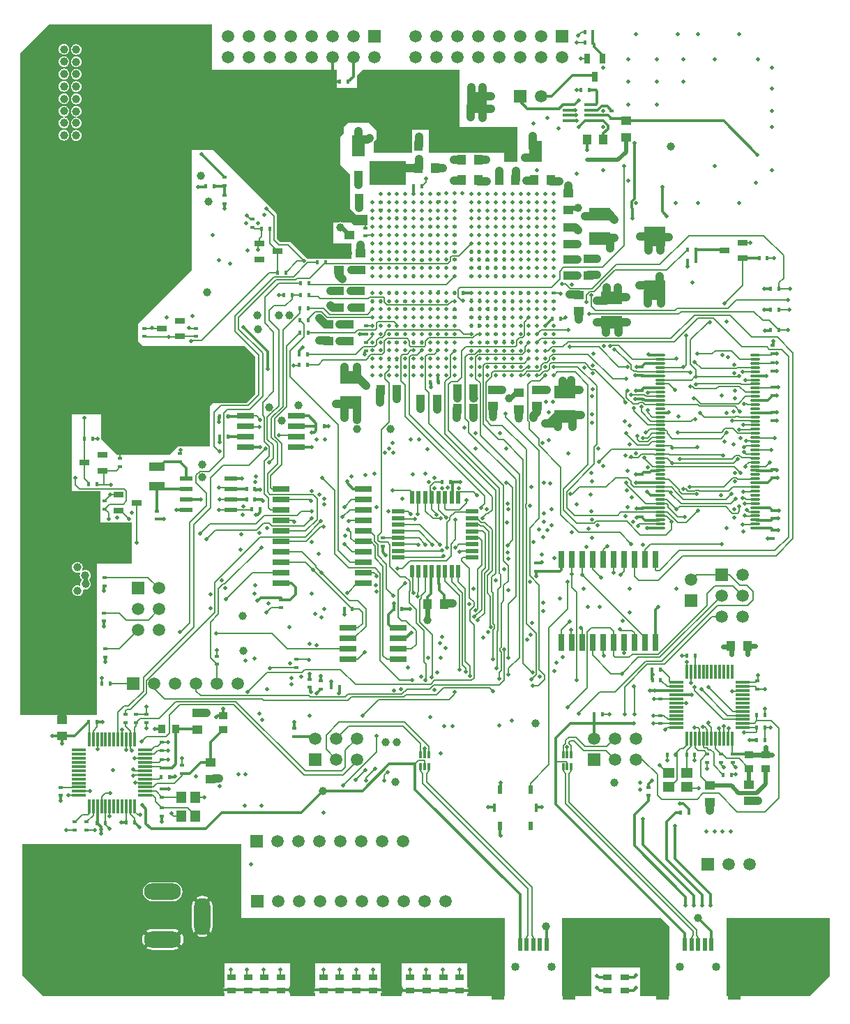
<source format=gtl>
G04 Layer_Physical_Order=1*
G04 Layer_Color=255*
%FSLAX44Y44*%
%MOMM*%
G71*
G01*
G75*
%ADD10R,1.0000X0.8000*%
%ADD11R,1.2000X0.8000*%
%ADD12R,0.8000X1.2000*%
%ADD13C,1.0000*%
%ADD14R,0.6604X2.0320*%
%ADD15R,2.0320X0.6604*%
%ADD16R,0.4500X0.6000*%
%ADD17R,0.6000X0.4500*%
%ADD18R,1.0000X1.2000*%
%ADD19R,1.2000X1.0000*%
%ADD20R,2.6000X1.6000*%
%ADD21R,1.6000X2.6000*%
%ADD22R,2.4000X2.6000*%
%ADD23R,2.6000X2.4000*%
%ADD24R,1.3970X1.1938*%
%ADD25R,1.1938X1.3970*%
%ADD26R,1.5500X0.6000*%
%ADD27O,1.2000X0.3000*%
%ADD28R,0.3000X0.8500*%
%ADD29R,1.6000X2.0000*%
%ADD30R,0.6000X1.6000*%
%ADD31R,1.0000X0.9000*%
%ADD32R,0.9000X1.0000*%
%ADD33R,0.3000X1.8000*%
%ADD34R,1.8000X0.3000*%
%ADD35R,1.9050X1.1176*%
%ADD36O,0.5500X1.5500*%
%ADD37R,0.5500X1.5500*%
%ADD38R,1.5500X0.5500*%
%ADD39R,1.2446X0.4064*%
%ADD40R,0.4500X1.0160*%
%ADD41R,0.6096X1.0160*%
%ADD42C,0.3000*%
%ADD43C,0.1500*%
%ADD44C,0.5000*%
%ADD45C,1.0000*%
%ADD46C,0.2000*%
%ADD47C,0.1640*%
%ADD48C,0.6000*%
%ADD49C,1.5000*%
%ADD50R,1.5000X1.5000*%
%ADD51R,1.5000X1.5000*%
%ADD52C,1.0160*%
%ADD53O,2.0000X4.5000*%
%ADD54O,4.5000X2.0000*%
%ADD55C,0.5000*%
%ADD56C,0.6000*%
G36*
X259750Y1005000D02*
Y950000D01*
X411499Y950000D01*
X411501Y927250D01*
X435750Y927250D01*
X435750Y942750D01*
X443000Y950000D01*
X560000D01*
Y880000D01*
X630750Y880000D01*
X630750Y863750D01*
X630750Y837750D01*
X614750D01*
Y848750D01*
X523250D01*
Y876500D01*
X502500D01*
X502561Y849587D01*
X501663Y848688D01*
X456250D01*
Y862447D01*
X460000Y866000D01*
X460000Y875000D01*
X450000Y885000D01*
X425000D01*
X420000Y880000D01*
X420000Y872467D01*
X415533Y868000D01*
Y834500D01*
X423016Y827016D01*
X427766Y822266D01*
X427766Y781016D01*
X435016Y773766D01*
X448750D01*
Y761004D01*
X432597D01*
X429351Y764250D01*
X418500D01*
X417697Y764583D01*
X416000Y764806D01*
X414303Y764583D01*
X413500Y764250D01*
X407500D01*
Y738750D01*
X429351D01*
Y720500D01*
X375243Y720500D01*
X355240Y740503D01*
X343161Y740503D01*
X338968Y744696D01*
X338968Y774782D01*
X261500Y852250D01*
X235500Y852250D01*
X235500Y706750D01*
X170000Y641250D01*
Y620000D01*
X175500Y614500D01*
X254346Y614500D01*
X299750D01*
X312250Y602000D01*
X312250Y556000D01*
X301500Y545250D01*
X261500D01*
X257500Y541250D01*
Y492500D01*
X218250Y492500D01*
X207750Y482000D01*
X145000D01*
X125000Y502000D01*
X125000Y531000D01*
X105376Y531000D01*
X104982Y531078D01*
X104588Y531000D01*
X90000D01*
X90000Y438000D01*
X124000Y438000D01*
Y400000D01*
X162500D01*
Y350000D01*
X120000D01*
X120000Y166219D01*
X27000D01*
Y817857D01*
X27000Y970000D01*
X62000Y1005000D01*
X259750Y1005000D01*
D02*
G37*
G36*
X495000Y810000D02*
X451000D01*
Y839000D01*
X495000D01*
Y810000D01*
D02*
G37*
G36*
X1010000Y-150000D02*
X985000Y-175000D01*
X885043D01*
Y-80000D01*
X1010000D01*
Y-150000D01*
D02*
G37*
G36*
X815000Y-90000D02*
Y-175000D01*
X780000D01*
X780000Y-140000D01*
X720000Y-140000D01*
X720000Y-175000D01*
X685000D01*
Y-80000D01*
X805000D01*
X815000Y-90000D01*
D02*
G37*
G36*
X295000Y-80000D02*
X615000D01*
Y-175000D01*
X570000D01*
Y-171059D01*
X575000D01*
X576171Y-170826D01*
X577163Y-170163D01*
X577826Y-169170D01*
X578059Y-168000D01*
X577826Y-166829D01*
X577163Y-165837D01*
X576171Y-165174D01*
X575000Y-164941D01*
X570000D01*
Y-135000D01*
X490000D01*
Y-164941D01*
X488000D01*
X486829Y-165174D01*
X485837Y-165837D01*
X485174Y-166829D01*
X484941Y-168000D01*
X485174Y-169170D01*
X485837Y-170163D01*
X486829Y-170826D01*
X488000Y-171059D01*
X490000D01*
Y-175000D01*
X465000D01*
Y-170559D01*
X470000D01*
X471171Y-170326D01*
X472163Y-169663D01*
X472826Y-168671D01*
X473059Y-167500D01*
X472826Y-166329D01*
X472163Y-165337D01*
X471171Y-164674D01*
X470000Y-164441D01*
X465000D01*
Y-135000D01*
X385000D01*
Y-164441D01*
X379820D01*
X378649Y-164674D01*
X377657Y-165337D01*
X376994Y-166329D01*
X376761Y-167500D01*
X376994Y-168671D01*
X377657Y-169663D01*
X378649Y-170326D01*
X379820Y-170559D01*
X385000D01*
Y-175000D01*
X355000D01*
Y-170559D01*
X357500D01*
X358671Y-170326D01*
X359663Y-169663D01*
X360326Y-168671D01*
X360559Y-167500D01*
X360326Y-166329D01*
X359663Y-165337D01*
X358671Y-164674D01*
X357500Y-164441D01*
X355000D01*
Y-135000D01*
X275000D01*
Y-164441D01*
X270500D01*
X269329Y-164674D01*
X268337Y-165337D01*
X267674Y-166329D01*
X267441Y-167500D01*
X267674Y-168671D01*
X268337Y-169663D01*
X269329Y-170326D01*
X270500Y-170559D01*
X275000D01*
Y-175000D01*
X54829D01*
X29915Y-150085D01*
Y10000D01*
X295000D01*
Y-80000D01*
D02*
G37*
%LPC*%
G36*
X80000Y980952D02*
X78303Y980728D01*
X76722Y980073D01*
X75364Y979032D01*
X74322Y977674D01*
X73667Y976093D01*
X73444Y974396D01*
X73667Y972699D01*
X74322Y971118D01*
X75364Y969760D01*
X76722Y968718D01*
X78303Y968063D01*
X80000Y967840D01*
X81697Y968063D01*
X83278Y968718D01*
X84636Y969760D01*
X85678Y971118D01*
X86333Y972699D01*
X86556Y974396D01*
X86333Y976093D01*
X85678Y977674D01*
X84636Y979032D01*
X83278Y980073D01*
X81697Y980728D01*
X80000Y980952D01*
D02*
G37*
G36*
X95000Y980752D02*
X93303Y980529D01*
X91722Y979874D01*
X90364Y978832D01*
X89322Y977474D01*
X88667Y975893D01*
X88444Y974196D01*
X88667Y972499D01*
X89322Y970918D01*
X90364Y969560D01*
X91722Y968518D01*
X93303Y967863D01*
X95000Y967640D01*
X96697Y967863D01*
X98278Y968518D01*
X99636Y969560D01*
X100678Y970918D01*
X101333Y972499D01*
X101556Y974196D01*
X101333Y975893D01*
X100678Y977474D01*
X99636Y978832D01*
X98278Y979874D01*
X96697Y980529D01*
X95000Y980752D01*
D02*
G37*
G36*
X80000Y966006D02*
X78303Y965782D01*
X76722Y965127D01*
X75364Y964085D01*
X74322Y962728D01*
X73667Y961146D01*
X73444Y959450D01*
X73667Y957753D01*
X74322Y956172D01*
X75364Y954814D01*
X76722Y953772D01*
X78303Y953117D01*
X80000Y952894D01*
X81697Y953117D01*
X83278Y953772D01*
X84636Y954814D01*
X85678Y956172D01*
X86333Y957753D01*
X86556Y959450D01*
X86333Y961146D01*
X85678Y962728D01*
X84636Y964085D01*
X83278Y965127D01*
X81697Y965782D01*
X80000Y966006D01*
D02*
G37*
G36*
X95000Y965806D02*
X93303Y965583D01*
X91722Y964928D01*
X90364Y963886D01*
X89322Y962528D01*
X88667Y960947D01*
X88444Y959250D01*
X88667Y957553D01*
X89322Y955972D01*
X90364Y954614D01*
X91722Y953572D01*
X93303Y952917D01*
X95000Y952694D01*
X96697Y952917D01*
X98278Y953572D01*
X99636Y954614D01*
X100678Y955972D01*
X101333Y957553D01*
X101556Y959250D01*
X101333Y960947D01*
X100678Y962528D01*
X99636Y963886D01*
X98278Y964928D01*
X96697Y965583D01*
X95000Y965806D01*
D02*
G37*
G36*
X80000Y950952D02*
X78303Y950728D01*
X76722Y950073D01*
X75364Y949032D01*
X74322Y947674D01*
X73667Y946093D01*
X73444Y944396D01*
X73667Y942699D01*
X74322Y941118D01*
X75364Y939760D01*
X76722Y938718D01*
X78303Y938063D01*
X80000Y937840D01*
X81697Y938063D01*
X83278Y938718D01*
X84636Y939760D01*
X85678Y941118D01*
X86333Y942699D01*
X86556Y944396D01*
X86333Y946093D01*
X85678Y947674D01*
X84636Y949032D01*
X83278Y950073D01*
X81697Y950728D01*
X80000Y950952D01*
D02*
G37*
G36*
X95000Y950752D02*
X93303Y950529D01*
X91722Y949874D01*
X90364Y948832D01*
X89322Y947474D01*
X88667Y945893D01*
X88444Y944196D01*
X88667Y942499D01*
X89322Y940918D01*
X90364Y939560D01*
X91722Y938518D01*
X93303Y937863D01*
X95000Y937640D01*
X96697Y937863D01*
X98278Y938518D01*
X99636Y939560D01*
X100678Y940918D01*
X101333Y942499D01*
X101556Y944196D01*
X101333Y945893D01*
X100678Y947474D01*
X99636Y948832D01*
X98278Y949874D01*
X96697Y950529D01*
X95000Y950752D01*
D02*
G37*
G36*
X80000Y936006D02*
X78303Y935782D01*
X76722Y935127D01*
X75364Y934085D01*
X74322Y932728D01*
X73667Y931147D01*
X73444Y929450D01*
X73667Y927753D01*
X74322Y926172D01*
X75364Y924814D01*
X76722Y923772D01*
X78303Y923117D01*
X80000Y922894D01*
X81697Y923117D01*
X83278Y923772D01*
X84636Y924814D01*
X85678Y926172D01*
X86333Y927753D01*
X86556Y929450D01*
X86333Y931147D01*
X85678Y932728D01*
X84636Y934085D01*
X83278Y935127D01*
X81697Y935782D01*
X80000Y936006D01*
D02*
G37*
G36*
X95000Y935806D02*
X93303Y935583D01*
X91722Y934928D01*
X90364Y933886D01*
X89322Y932528D01*
X88667Y930947D01*
X88444Y929250D01*
X88667Y927553D01*
X89322Y925972D01*
X90364Y924614D01*
X91722Y923572D01*
X93303Y922917D01*
X95000Y922694D01*
X96697Y922917D01*
X98278Y923572D01*
X99636Y924614D01*
X100678Y925972D01*
X101333Y927553D01*
X101556Y929250D01*
X101333Y930947D01*
X100678Y932528D01*
X99636Y933886D01*
X98278Y934928D01*
X96697Y935583D01*
X95000Y935806D01*
D02*
G37*
G36*
X80000Y920952D02*
X78303Y920728D01*
X76722Y920073D01*
X75364Y919032D01*
X74322Y917674D01*
X73667Y916093D01*
X73444Y914396D01*
X73667Y912699D01*
X74322Y911118D01*
X75364Y909760D01*
X76722Y908718D01*
X78303Y908063D01*
X80000Y907840D01*
X81697Y908063D01*
X83278Y908718D01*
X84636Y909760D01*
X85678Y911118D01*
X86333Y912699D01*
X86556Y914396D01*
X86333Y916093D01*
X85678Y917674D01*
X84636Y919032D01*
X83278Y920073D01*
X81697Y920728D01*
X80000Y920952D01*
D02*
G37*
G36*
X95000Y920752D02*
X93303Y920529D01*
X91722Y919874D01*
X90364Y918832D01*
X89322Y917474D01*
X88667Y915893D01*
X88444Y914196D01*
X88667Y912499D01*
X89322Y910918D01*
X90364Y909560D01*
X91722Y908518D01*
X93303Y907863D01*
X95000Y907640D01*
X96697Y907863D01*
X98278Y908518D01*
X99636Y909560D01*
X100678Y910918D01*
X101333Y912499D01*
X101556Y914196D01*
X101333Y915893D01*
X100678Y917474D01*
X99636Y918832D01*
X98278Y919874D01*
X96697Y920529D01*
X95000Y920752D01*
D02*
G37*
G36*
X80000Y906006D02*
X78303Y905782D01*
X76722Y905127D01*
X75364Y904085D01*
X74322Y902728D01*
X73667Y901147D01*
X73444Y899450D01*
X73667Y897753D01*
X74322Y896172D01*
X75364Y894814D01*
X76722Y893772D01*
X78303Y893117D01*
X79662Y892938D01*
Y891657D01*
X79099Y891583D01*
X78303Y891478D01*
X76722Y890823D01*
X75364Y889781D01*
X74322Y888424D01*
X73667Y886842D01*
X73444Y885146D01*
X73667Y883449D01*
X74322Y881868D01*
X75364Y880510D01*
X76722Y879468D01*
X78303Y878813D01*
X80000Y878590D01*
X81697Y878813D01*
X83278Y879468D01*
X84636Y880510D01*
X85678Y881868D01*
X86333Y883449D01*
X86556Y885146D01*
X86333Y886842D01*
X85678Y888424D01*
X84636Y889781D01*
X83278Y890823D01*
X81697Y891478D01*
X80338Y891657D01*
Y892938D01*
X80901Y893012D01*
X81697Y893117D01*
X83278Y893772D01*
X84636Y894814D01*
X85678Y896172D01*
X86333Y897753D01*
X86556Y899450D01*
X86333Y901147D01*
X85678Y902728D01*
X84636Y904085D01*
X83278Y905127D01*
X81697Y905782D01*
X80000Y906006D01*
D02*
G37*
G36*
X95000Y905806D02*
X93303Y905583D01*
X91722Y904928D01*
X90364Y903886D01*
X89322Y902528D01*
X88667Y900947D01*
X88444Y899250D01*
X88667Y897553D01*
X89322Y895972D01*
X90364Y894614D01*
X91722Y893572D01*
X93303Y892917D01*
X94662Y892738D01*
Y891458D01*
X94099Y891384D01*
X93303Y891279D01*
X91722Y890624D01*
X90364Y889582D01*
X89322Y888224D01*
X88667Y886643D01*
X88444Y884946D01*
X88667Y883249D01*
X89322Y881668D01*
X90364Y880310D01*
X91722Y879268D01*
X93303Y878613D01*
X95000Y878390D01*
X96697Y878613D01*
X98278Y879268D01*
X99636Y880310D01*
X100678Y881668D01*
X101333Y883249D01*
X101556Y884946D01*
X101333Y886643D01*
X100678Y888224D01*
X99636Y889582D01*
X98278Y890624D01*
X96697Y891279D01*
X95338Y891458D01*
Y892738D01*
X95901Y892813D01*
X96697Y892917D01*
X98278Y893572D01*
X99636Y894614D01*
X100678Y895972D01*
X101333Y897553D01*
X101556Y899250D01*
X101333Y900947D01*
X100678Y902528D01*
X99636Y903886D01*
X98278Y904928D01*
X96697Y905583D01*
X95000Y905806D01*
D02*
G37*
G36*
X80000Y876756D02*
X78303Y876532D01*
X76722Y875877D01*
X75364Y874836D01*
X74322Y873478D01*
X73667Y871897D01*
X73444Y870200D01*
X73667Y868503D01*
X74322Y866922D01*
X75364Y865564D01*
X76722Y864522D01*
X78303Y863867D01*
X80000Y863644D01*
X81697Y863867D01*
X83278Y864522D01*
X84636Y865564D01*
X85678Y866922D01*
X86333Y868503D01*
X86556Y870200D01*
X86333Y871897D01*
X85678Y873478D01*
X84636Y874836D01*
X83278Y875877D01*
X81697Y876532D01*
X80000Y876756D01*
D02*
G37*
G36*
X95000Y876556D02*
X93303Y876333D01*
X91722Y875678D01*
X90364Y874636D01*
X89322Y873278D01*
X88667Y871697D01*
X88444Y870000D01*
X88667Y868303D01*
X89322Y866722D01*
X90364Y865364D01*
X91722Y864322D01*
X93303Y863667D01*
X95000Y863444D01*
X96697Y863667D01*
X98278Y864322D01*
X99636Y865364D01*
X100678Y866722D01*
X101333Y868303D01*
X101556Y870000D01*
X101333Y871697D01*
X100678Y873278D01*
X99636Y874636D01*
X98278Y875678D01*
X96697Y876333D01*
X95000Y876556D01*
D02*
G37*
G36*
X96250Y352306D02*
X94553Y352083D01*
X92972Y351428D01*
X91614Y350386D01*
X90572Y349028D01*
X89917Y347447D01*
X89694Y345750D01*
X89917Y344053D01*
X90572Y342472D01*
X91614Y341114D01*
X92972Y340072D01*
X94553Y339417D01*
X96250Y339194D01*
X97947Y339417D01*
X98980Y339845D01*
X99895Y338849D01*
X99417Y337697D01*
X99194Y336000D01*
X99417Y334303D01*
X100072Y332722D01*
X101114Y331364D01*
X101284Y331234D01*
X101614Y329886D01*
X100572Y328528D01*
X99917Y326947D01*
X99694Y325250D01*
X99821Y324285D01*
X98658Y323392D01*
X98197Y323583D01*
X96500Y323806D01*
X94803Y323583D01*
X93222Y322928D01*
X91864Y321886D01*
X90822Y320528D01*
X90167Y318947D01*
X89944Y317250D01*
X90167Y315553D01*
X90822Y313972D01*
X91864Y312614D01*
X93222Y311572D01*
X94803Y310917D01*
X96500Y310694D01*
X98197Y310917D01*
X99778Y311572D01*
X101136Y312614D01*
X102178Y313972D01*
X102833Y315553D01*
X103056Y317250D01*
X102929Y318215D01*
X104092Y319108D01*
X104553Y318917D01*
X106250Y318694D01*
X107947Y318917D01*
X109528Y319572D01*
X110886Y320614D01*
X111928Y321972D01*
X112583Y323553D01*
X112806Y325250D01*
X112583Y326947D01*
X111928Y328528D01*
X110886Y329886D01*
X110579Y330121D01*
X110416Y331404D01*
X111428Y332722D01*
X112083Y334303D01*
X112306Y336000D01*
X112083Y337697D01*
X111428Y339278D01*
X110386Y340636D01*
X109028Y341678D01*
X107447Y342333D01*
X105750Y342556D01*
X104053Y342333D01*
X103020Y341905D01*
X102105Y342901D01*
X102583Y344053D01*
X102806Y345750D01*
X102583Y347447D01*
X101928Y349028D01*
X100886Y350386D01*
X99528Y351428D01*
X97947Y352083D01*
X96250Y352306D01*
D02*
G37*
G36*
X212500Y-36401D02*
X187500D01*
X184498Y-36796D01*
X181700Y-37955D01*
X179298Y-39798D01*
X177455Y-42200D01*
X176296Y-44998D01*
X175901Y-48000D01*
X176296Y-51002D01*
X177455Y-53800D01*
X179298Y-56202D01*
X181700Y-58045D01*
X184498Y-59204D01*
X187500Y-59599D01*
X212500D01*
X215502Y-59204D01*
X218300Y-58045D01*
X220702Y-56202D01*
X222545Y-53800D01*
X223704Y-51002D01*
X224099Y-48000D01*
X223704Y-44998D01*
X222545Y-42200D01*
X220702Y-39798D01*
X218300Y-37955D01*
X215502Y-36796D01*
X212500Y-36401D01*
D02*
G37*
G36*
X248000Y-52892D02*
X244737Y-53322D01*
X241696Y-54581D01*
X241085Y-55050D01*
X248000Y-61964D01*
X254914Y-55050D01*
X254304Y-54581D01*
X251263Y-53322D01*
X248000Y-52892D01*
D02*
G37*
G36*
X258450Y-58585D02*
X249768Y-67268D01*
X248000Y-65500D01*
X246232Y-67268D01*
X237550Y-58585D01*
X237081Y-59196D01*
X235822Y-62237D01*
X235392Y-65500D01*
Y-90500D01*
X235822Y-93763D01*
X237081Y-96804D01*
X237550Y-97415D01*
X246232Y-88732D01*
X248000Y-90500D01*
X249768Y-88732D01*
X258450Y-97415D01*
X258919Y-96804D01*
X260178Y-93763D01*
X260608Y-90500D01*
Y-65500D01*
X260178Y-62237D01*
X258919Y-59196D01*
X258450Y-58585D01*
D02*
G37*
G36*
X248000Y-94035D02*
X241085Y-100950D01*
X241696Y-101419D01*
X244737Y-102678D01*
X248000Y-103108D01*
X251263Y-102678D01*
X254304Y-101419D01*
X254915Y-100950D01*
X248000Y-94035D01*
D02*
G37*
G36*
X177050Y-99085D02*
X176581Y-99696D01*
X175322Y-102737D01*
X174892Y-106000D01*
X175322Y-109263D01*
X176581Y-112304D01*
X177050Y-112915D01*
X183965Y-106000D01*
X177050Y-99085D01*
D02*
G37*
G36*
X222950Y-99085D02*
X216035Y-106000D01*
X222950Y-112915D01*
X223419Y-112304D01*
X224678Y-109263D01*
X225108Y-106000D01*
X224678Y-102737D01*
X223419Y-99696D01*
X222950Y-99085D01*
D02*
G37*
G36*
X212500Y-93392D02*
X187500D01*
X184237Y-93822D01*
X181196Y-95081D01*
X180585Y-95550D01*
X189268Y-104232D01*
X187500Y-106000D01*
X189268Y-107768D01*
X180585Y-116450D01*
X181196Y-116919D01*
X184237Y-118178D01*
X187500Y-118608D01*
X212500D01*
X215763Y-118178D01*
X218804Y-116919D01*
X219415Y-116450D01*
X210732Y-107768D01*
X212500Y-106000D01*
X210732Y-104232D01*
X219415Y-95550D01*
X218804Y-95081D01*
X215763Y-93822D01*
X212500Y-93392D01*
D02*
G37*
%LPD*%
D10*
X560500Y-152000D02*
D03*
Y-168000D02*
D03*
X540500D02*
D03*
Y-152000D02*
D03*
X520500Y-168000D02*
D03*
Y-152000D02*
D03*
X500500D02*
D03*
Y-168000D02*
D03*
X283500Y-152000D02*
D03*
Y-168000D02*
D03*
X303500D02*
D03*
Y-152000D02*
D03*
X343500D02*
D03*
Y-168000D02*
D03*
X323500D02*
D03*
Y-152000D02*
D03*
X395142Y-152000D02*
D03*
Y-168000D02*
D03*
X415142D02*
D03*
Y-152000D02*
D03*
X435142Y-168000D02*
D03*
Y-152000D02*
D03*
X455142D02*
D03*
Y-168000D02*
D03*
X761322Y-168000D02*
D03*
Y-152000D02*
D03*
X740000D02*
D03*
Y-168000D02*
D03*
D11*
X146398Y433606D02*
D03*
Y414606D02*
D03*
X168398Y424106D02*
D03*
X882064Y730504D02*
D03*
X904064Y740004D02*
D03*
Y721004D02*
D03*
X317168Y738734D02*
D03*
Y719734D02*
D03*
X339168Y729234D02*
D03*
X105078Y472694D02*
D03*
X127078Y482194D02*
D03*
Y463194D02*
D03*
X220804Y626008D02*
D03*
Y645008D02*
D03*
X198804Y635508D02*
D03*
D12*
X724520Y941388D02*
D03*
X715020Y963388D02*
D03*
X734020D02*
D03*
D13*
X652394Y155970D02*
D03*
X817106Y856381D02*
D03*
X253791Y679965D02*
D03*
X606600Y-149636D02*
D03*
X805000Y-95364D02*
D03*
X895000Y-150000D02*
D03*
X894874Y-95000D02*
D03*
X806600Y-150678D02*
D03*
X694884Y-150000D02*
D03*
Y-90000D02*
D03*
X605000Y-94136D02*
D03*
X850000Y-80000D02*
D03*
X665000Y-90000D02*
D03*
X357500Y-167500D02*
D03*
X575000Y-168000D02*
D03*
X487500Y-167500D02*
D03*
X470000D02*
D03*
X379820D02*
D03*
X270000Y-168000D02*
D03*
X80000Y885146D02*
D03*
X95000Y884946D02*
D03*
Y870000D02*
D03*
X80000Y870200D02*
D03*
Y914396D02*
D03*
X95000Y914196D02*
D03*
Y899250D02*
D03*
X80000Y899450D02*
D03*
Y944396D02*
D03*
X95000Y944196D02*
D03*
Y929250D02*
D03*
X80000Y929450D02*
D03*
Y959450D02*
D03*
X95000Y959250D02*
D03*
Y974196D02*
D03*
X80000Y974396D02*
D03*
X435938Y524921D02*
D03*
X461250Y859500D02*
D03*
X437500Y875250D02*
D03*
X409500Y875000D02*
D03*
X451250Y867001D02*
D03*
X471750Y873500D02*
D03*
X487000Y873250D02*
D03*
X552250Y301750D02*
D03*
X620750Y550750D02*
D03*
X578028Y551027D02*
D03*
X72500Y820000D02*
D03*
X82500D02*
D03*
X92500D02*
D03*
X102500D02*
D03*
X112500D02*
D03*
X122500D02*
D03*
X132500D02*
D03*
X142500D02*
D03*
X152500D02*
D03*
X162500D02*
D03*
X172500D02*
D03*
X182500D02*
D03*
Y807500D02*
D03*
X172500D02*
D03*
X162500D02*
D03*
X152500D02*
D03*
X142500D02*
D03*
X132500D02*
D03*
X122500D02*
D03*
X112500D02*
D03*
X102500D02*
D03*
X92500D02*
D03*
X82500D02*
D03*
X72500D02*
D03*
X182500Y795000D02*
D03*
X172500D02*
D03*
X162500D02*
D03*
X152500D02*
D03*
X142500D02*
D03*
X132500D02*
D03*
X122500D02*
D03*
X112500D02*
D03*
X102500D02*
D03*
X92500D02*
D03*
X82500D02*
D03*
X72500D02*
D03*
X182500Y782500D02*
D03*
X172500D02*
D03*
X162500D02*
D03*
X152500D02*
D03*
X142500D02*
D03*
X132500D02*
D03*
X122500D02*
D03*
X112500D02*
D03*
X102500D02*
D03*
X92500D02*
D03*
X82500D02*
D03*
X72500D02*
D03*
X182500Y770000D02*
D03*
X172500D02*
D03*
X162500D02*
D03*
X152500D02*
D03*
X142500D02*
D03*
X132500D02*
D03*
X122500D02*
D03*
X112500D02*
D03*
X102500D02*
D03*
X92500D02*
D03*
X82500D02*
D03*
X72500D02*
D03*
X182500Y757500D02*
D03*
X172500D02*
D03*
X162500D02*
D03*
X152500D02*
D03*
X142500D02*
D03*
X132500D02*
D03*
X122500D02*
D03*
X112500D02*
D03*
X102500D02*
D03*
X92500D02*
D03*
X82500D02*
D03*
X72500D02*
D03*
X182500Y745000D02*
D03*
X172500D02*
D03*
X162500D02*
D03*
X152500D02*
D03*
X142500D02*
D03*
X132500D02*
D03*
X122500D02*
D03*
X112500D02*
D03*
X102500D02*
D03*
X92500D02*
D03*
X82500D02*
D03*
X72500D02*
D03*
X472500Y816250D02*
D03*
X486500D02*
D03*
X460750Y831500D02*
D03*
X440000Y737250D02*
D03*
X418250Y696000D02*
D03*
X403500Y681000D02*
D03*
X428000D02*
D03*
X415000Y640750D02*
D03*
X390250Y620750D02*
D03*
X414750Y620250D02*
D03*
X436000Y589250D02*
D03*
X446750Y566000D02*
D03*
X410500Y544500D02*
D03*
X513000Y538000D02*
D03*
X533000Y537250D02*
D03*
X577500Y527250D02*
D03*
X557000Y527000D02*
D03*
X557750Y550750D02*
D03*
X679500Y516500D02*
D03*
X697500D02*
D03*
X685500Y571750D02*
D03*
X666000Y561000D02*
D03*
X612250Y561250D02*
D03*
X705000Y646750D02*
D03*
X727500Y643000D02*
D03*
X763250Y643000D02*
D03*
X738250Y630500D02*
D03*
X753250D02*
D03*
X752500Y685500D02*
D03*
X738750D02*
D03*
X762750Y673750D02*
D03*
X694250Y676750D02*
D03*
X779000Y688250D02*
D03*
X789000Y666000D02*
D03*
X805000Y665750D02*
D03*
X803500Y699000D02*
D03*
X703750Y699750D02*
D03*
Y719500D02*
D03*
X727500Y720250D02*
D03*
X804000Y730500D02*
D03*
X789750Y730250D02*
D03*
X779250Y747000D02*
D03*
X814500Y746250D02*
D03*
X703500Y738250D02*
D03*
X748250Y745250D02*
D03*
X712750Y772250D02*
D03*
X748750Y768000D02*
D03*
X692750Y809250D02*
D03*
X681250Y814500D02*
D03*
X641750Y814750D02*
D03*
X628750Y826750D02*
D03*
X609000Y826500D02*
D03*
X593000Y814500D02*
D03*
X553500Y815250D02*
D03*
X592750Y840250D02*
D03*
X553250Y840000D02*
D03*
X622000Y868500D02*
D03*
X610000Y855750D02*
D03*
X649500Y869250D02*
D03*
X511000Y841250D02*
D03*
Y868250D02*
D03*
X540250Y857500D02*
D03*
Y830500D02*
D03*
X497250Y860750D02*
D03*
X523000Y892000D02*
D03*
X509250Y891750D02*
D03*
X509250Y928000D02*
D03*
X523000Y927750D02*
D03*
X499250Y917250D02*
D03*
X499500Y902750D02*
D03*
X574750Y928250D02*
D03*
X588000D02*
D03*
X598250Y917750D02*
D03*
X598500Y902000D02*
D03*
X574250Y891750D02*
D03*
X588500Y891500D02*
D03*
X640250Y843250D02*
D03*
X395250Y864500D02*
D03*
X438000Y809750D02*
D03*
X420750D02*
D03*
X438250Y781750D02*
D03*
X422000D02*
D03*
X416000Y758250D02*
D03*
X424500Y726750D02*
D03*
X428750Y661000D02*
D03*
X403500Y663750D02*
D03*
X387750Y766000D02*
D03*
X399000D02*
D03*
X403750Y792000D02*
D03*
X387750Y728250D02*
D03*
X398250Y728000D02*
D03*
X387500Y754250D02*
D03*
X398750Y753750D02*
D03*
X460250Y816500D02*
D03*
X242750Y998500D02*
D03*
Y983500D02*
D03*
Y948500D02*
D03*
Y933500D02*
D03*
Y898500D02*
D03*
Y882500D02*
D03*
X51500Y537250D02*
D03*
X51000Y549000D02*
D03*
X64000Y567000D02*
D03*
X77000D02*
D03*
X78000Y589000D02*
D03*
X65000D02*
D03*
X51000Y616000D02*
D03*
Y603000D02*
D03*
X121000Y679000D02*
D03*
Y665000D02*
D03*
X138000Y696000D02*
D03*
X329000Y540000D02*
D03*
X365000Y542000D02*
D03*
X248000Y514000D02*
D03*
Y499000D02*
D03*
Y470000D02*
D03*
Y455000D02*
D03*
X72000Y401500D02*
D03*
Y421000D02*
D03*
X41500Y401500D02*
D03*
X41000Y421000D02*
D03*
X96250Y345750D02*
D03*
X105750Y336000D02*
D03*
X106250Y325250D02*
D03*
X96500Y317250D02*
D03*
X297250Y287000D02*
D03*
X297500Y244500D02*
D03*
X923000Y62000D02*
D03*
X864250Y50750D02*
D03*
X748500Y84750D02*
D03*
X482750Y85000D02*
D03*
X268500Y89750D02*
D03*
X77500Y170500D02*
D03*
X252750Y169000D02*
D03*
X476500Y513500D02*
D03*
X435500Y513500D02*
D03*
X704000Y755000D02*
D03*
X743000Y733000D02*
D03*
X470500Y133500D02*
D03*
X484500D02*
D03*
X706000Y561250D02*
D03*
X696250Y572500D02*
D03*
X464250Y545500D02*
D03*
X632000Y526500D02*
D03*
X601000Y528000D02*
D03*
X664782Y520275D02*
D03*
X650532Y527026D02*
D03*
X255250Y790000D02*
D03*
X315250Y825000D02*
D03*
X320000Y940000D02*
D03*
X370000D02*
D03*
X442500D02*
D03*
X727250Y669500D02*
D03*
X420500Y589250D02*
D03*
X390000Y648250D02*
D03*
X484500Y550000D02*
D03*
X727535Y700784D02*
D03*
X428750Y706750D02*
D03*
X354000Y652000D02*
D03*
X315000D02*
D03*
X341000D02*
D03*
X315500Y634750D02*
D03*
X708000Y530250D02*
D03*
X344250Y524000D02*
D03*
X421000Y526750D02*
D03*
X521250Y281500D02*
D03*
X437250Y768000D02*
D03*
X246178Y820928D02*
D03*
X704500Y781750D02*
D03*
X394250Y74024D02*
D03*
D14*
X798068Y354932D02*
D03*
X785368D02*
D03*
X798068Y254348D02*
D03*
X785368D02*
D03*
X683768Y354932D02*
D03*
X696468D02*
D03*
X709168D02*
D03*
X721868D02*
D03*
X734568D02*
D03*
X747268D02*
D03*
X759968D02*
D03*
X772668D02*
D03*
Y254348D02*
D03*
X759968D02*
D03*
X747268D02*
D03*
X734568D02*
D03*
X721868D02*
D03*
X709168D02*
D03*
X696468D02*
D03*
X683768D02*
D03*
D15*
X443852Y326374D02*
D03*
Y339074D02*
D03*
Y351774D02*
D03*
Y364474D02*
D03*
Y377174D02*
D03*
Y389874D02*
D03*
Y402574D02*
D03*
Y415274D02*
D03*
X343268D02*
D03*
Y402574D02*
D03*
Y389874D02*
D03*
Y377174D02*
D03*
Y364474D02*
D03*
Y351774D02*
D03*
Y339074D02*
D03*
Y326374D02*
D03*
X443852Y427974D02*
D03*
Y440674D02*
D03*
X343268Y427974D02*
D03*
Y440674D02*
D03*
X486102Y233782D02*
D03*
X424634D02*
D03*
X486102Y246482D02*
D03*
Y259182D02*
D03*
X424634Y246482D02*
D03*
Y259182D02*
D03*
X486102Y271882D02*
D03*
X424634D02*
D03*
X300818Y529330D02*
D03*
X362286D02*
D03*
X300818Y516630D02*
D03*
Y503930D02*
D03*
X362286Y516630D02*
D03*
Y503930D02*
D03*
X300818Y491230D02*
D03*
X362286D02*
D03*
D16*
X724000Y167000D02*
D03*
X734000D02*
D03*
X464486Y668782D02*
D03*
X454486D02*
D03*
X504524Y618998D02*
D03*
X514524D02*
D03*
X644318Y678942D02*
D03*
X634318D02*
D03*
X514270Y807974D02*
D03*
X504270D02*
D03*
X474552Y678942D02*
D03*
X484552D02*
D03*
X494458Y769112D02*
D03*
X484458D02*
D03*
X494364Y589026D02*
D03*
X504364D02*
D03*
X534590Y679196D02*
D03*
X524590D02*
D03*
X683180Y647446D02*
D03*
X673180D02*
D03*
X525098Y569976D02*
D03*
X535098D02*
D03*
X504364Y698754D02*
D03*
X494364D02*
D03*
X614506Y619244D02*
D03*
X624506D02*
D03*
X484552Y598678D02*
D03*
X474552D02*
D03*
X614600Y728980D02*
D03*
X604600D02*
D03*
X604346Y719074D02*
D03*
X614346D02*
D03*
X574374Y638810D02*
D03*
X584374D02*
D03*
X604346Y648462D02*
D03*
X614346D02*
D03*
X584534Y708914D02*
D03*
X594534D02*
D03*
X584534Y648462D02*
D03*
X594534D02*
D03*
X594788Y658876D02*
D03*
X584788D02*
D03*
X614346D02*
D03*
X604346D02*
D03*
X614506Y668782D02*
D03*
X624506D02*
D03*
X614600Y678942D02*
D03*
X604600D02*
D03*
X584628Y669036D02*
D03*
X574628D02*
D03*
X574374Y719074D02*
D03*
X584374D02*
D03*
X614600Y638556D02*
D03*
X604600D02*
D03*
X604346Y709168D02*
D03*
X614346D02*
D03*
X574374Y728980D02*
D03*
X584374D02*
D03*
X614346Y698754D02*
D03*
X604346D02*
D03*
X415000Y935000D02*
D03*
X425000D02*
D03*
X490500Y294750D02*
D03*
X480500D02*
D03*
X554562Y678942D02*
D03*
X564562D02*
D03*
X535832Y324286D02*
D03*
X525832D02*
D03*
X549040Y449508D02*
D03*
X539040D02*
D03*
X835994Y118298D02*
D03*
X845994D02*
D03*
X804250Y221500D02*
D03*
X794250D02*
D03*
X823000Y118250D02*
D03*
X813000D02*
D03*
X804592Y208976D02*
D03*
X794592D02*
D03*
X110326Y157828D02*
D03*
X120326D02*
D03*
X155792Y35908D02*
D03*
X165792D02*
D03*
X130486Y35654D02*
D03*
X120486D02*
D03*
X396000Y516750D02*
D03*
X386000D02*
D03*
X136250Y204500D02*
D03*
X126250D02*
D03*
X707500Y925000D02*
D03*
X717500D02*
D03*
X375910Y604076D02*
D03*
X365910D02*
D03*
X375910Y591757D02*
D03*
X365910D02*
D03*
X931084Y136332D02*
D03*
X921084D02*
D03*
X931084Y166050D02*
D03*
X921084D02*
D03*
Y151318D02*
D03*
X931084D02*
D03*
X366500Y630500D02*
D03*
X376500D02*
D03*
Y645607D02*
D03*
X366500D02*
D03*
Y660000D02*
D03*
X376500D02*
D03*
X829000Y48000D02*
D03*
X839000D02*
D03*
X329750Y756250D02*
D03*
X319750D02*
D03*
X349170Y703580D02*
D03*
X339170D02*
D03*
X110000Y447000D02*
D03*
X120000D02*
D03*
X114982Y501650D02*
D03*
X104982D02*
D03*
X377750Y690250D02*
D03*
X367750D02*
D03*
X377250Y676500D02*
D03*
X367250D02*
D03*
X847090Y731266D02*
D03*
X837090D02*
D03*
X420250Y294750D02*
D03*
X430250D02*
D03*
X948102Y633476D02*
D03*
X938102D02*
D03*
Y658622D02*
D03*
X948102D02*
D03*
X948356Y684022D02*
D03*
X938356D02*
D03*
X924132Y721106D02*
D03*
X934132D02*
D03*
X357000Y676500D02*
D03*
X347000D02*
D03*
X837090Y717296D02*
D03*
X847090D02*
D03*
X387500Y715750D02*
D03*
X397500D02*
D03*
X836756Y238440D02*
D03*
X846756D02*
D03*
X880250Y94000D02*
D03*
X890250D02*
D03*
X197956Y91534D02*
D03*
X207956D02*
D03*
X301832Y440944D02*
D03*
X311832D02*
D03*
Y427990D02*
D03*
X301832D02*
D03*
X308086Y416290D02*
D03*
X318086D02*
D03*
X269250Y529000D02*
D03*
X279250D02*
D03*
X279402Y503930D02*
D03*
X269402D02*
D03*
X414702Y200406D02*
D03*
X404702D02*
D03*
X722500Y982500D02*
D03*
X712500D02*
D03*
X722500Y995000D02*
D03*
X712500D02*
D03*
X252048Y808308D02*
D03*
X262048D02*
D03*
D17*
X360000Y150000D02*
D03*
Y140000D02*
D03*
X309118Y758270D02*
D03*
Y768270D02*
D03*
X148336Y477694D02*
D03*
Y467694D02*
D03*
X240030Y625936D02*
D03*
Y635936D02*
D03*
X445955Y757719D02*
D03*
Y747719D02*
D03*
X674624Y678862D02*
D03*
Y668862D02*
D03*
X514604Y728900D02*
D03*
Y718900D02*
D03*
X604520Y619078D02*
D03*
Y629078D02*
D03*
X494538Y658956D02*
D03*
Y668956D02*
D03*
X464312Y789098D02*
D03*
Y779098D02*
D03*
X524510Y758872D02*
D03*
Y748872D02*
D03*
X446786Y638984D02*
D03*
Y628984D02*
D03*
X554736Y759126D02*
D03*
Y749126D02*
D03*
X534670Y789258D02*
D03*
Y799258D02*
D03*
X484378Y628824D02*
D03*
Y618824D02*
D03*
X594360Y718900D02*
D03*
Y728900D02*
D03*
X554228Y658796D02*
D03*
Y648796D02*
D03*
X574548Y648796D02*
D03*
Y658796D02*
D03*
X554736Y729060D02*
D03*
Y739060D02*
D03*
Y708994D02*
D03*
Y718994D02*
D03*
X574548Y699088D02*
D03*
Y709088D02*
D03*
X343522Y296482D02*
D03*
Y306482D02*
D03*
X653250Y351250D02*
D03*
Y341250D02*
D03*
X803910Y186196D02*
D03*
Y196196D02*
D03*
X922020Y208134D02*
D03*
Y198134D02*
D03*
X892302Y109234D02*
D03*
Y119234D02*
D03*
X803910Y165970D02*
D03*
Y155970D02*
D03*
X877824Y109234D02*
D03*
Y119234D02*
D03*
X861314D02*
D03*
Y109234D02*
D03*
X198892Y123364D02*
D03*
Y133364D02*
D03*
Y102282D02*
D03*
Y112282D02*
D03*
X223250Y105250D02*
D03*
Y95250D02*
D03*
X198892Y76976D02*
D03*
Y66976D02*
D03*
X92974Y26844D02*
D03*
Y36844D02*
D03*
X198892Y43608D02*
D03*
Y53608D02*
D03*
X107198Y26844D02*
D03*
Y36844D02*
D03*
X193000Y414000D02*
D03*
Y404000D02*
D03*
X221000Y483750D02*
D03*
Y473750D02*
D03*
X940562Y524082D02*
D03*
Y534082D02*
D03*
X781050Y448644D02*
D03*
Y458644D02*
D03*
X940562Y583772D02*
D03*
Y593772D02*
D03*
Y404956D02*
D03*
Y414956D02*
D03*
Y614934D02*
D03*
Y604934D02*
D03*
X781050Y550244D02*
D03*
Y560244D02*
D03*
X940562Y454232D02*
D03*
Y464232D02*
D03*
X781050Y578946D02*
D03*
Y588946D02*
D03*
X940562Y554054D02*
D03*
Y564054D02*
D03*
X781050Y417274D02*
D03*
Y407274D02*
D03*
X940562Y381080D02*
D03*
Y391080D02*
D03*
X392000Y208000D02*
D03*
Y198000D02*
D03*
X378000Y210000D02*
D03*
Y200000D02*
D03*
X266000Y238000D02*
D03*
Y228000D02*
D03*
X745000Y890000D02*
D03*
Y900000D02*
D03*
X594000Y619000D02*
D03*
Y629000D02*
D03*
X180096Y157400D02*
D03*
Y167400D02*
D03*
X154950D02*
D03*
Y157400D02*
D03*
X167523D02*
D03*
Y167400D02*
D03*
X129712Y416566D02*
D03*
Y426566D02*
D03*
X177800Y635936D02*
D03*
Y625936D02*
D03*
X447000Y608500D02*
D03*
Y618500D02*
D03*
X130000Y237000D02*
D03*
Y247000D02*
D03*
X128750Y290500D02*
D03*
Y280500D02*
D03*
X129000Y323250D02*
D03*
Y333250D02*
D03*
X790000Y78750D02*
D03*
Y68750D02*
D03*
X362204Y233854D02*
D03*
Y223854D02*
D03*
X467000Y381250D02*
D03*
Y371250D02*
D03*
X76210Y68754D02*
D03*
Y78754D02*
D03*
X275000Y787000D02*
D03*
Y797000D02*
D03*
Y819000D02*
D03*
Y809000D02*
D03*
D18*
X464472Y560832D02*
D03*
X484472D02*
D03*
X671162Y815594D02*
D03*
X651162D02*
D03*
X532986Y549148D02*
D03*
X512986D02*
D03*
X418244Y792734D02*
D03*
X438244D02*
D03*
X437736Y820674D02*
D03*
X417736D02*
D03*
X577690Y561848D02*
D03*
X557690D02*
D03*
X583024Y815594D02*
D03*
X563024D02*
D03*
X557436Y537972D02*
D03*
X577436D02*
D03*
X563024Y840232D02*
D03*
X583024D02*
D03*
X628490Y815594D02*
D03*
X608490D02*
D03*
X510700Y857250D02*
D03*
X530700D02*
D03*
X510700Y830072D02*
D03*
X530700D02*
D03*
X541526Y301478D02*
D03*
X521526D02*
D03*
X910000Y250000D02*
D03*
X890000D02*
D03*
X715000Y865000D02*
D03*
X735000D02*
D03*
D19*
X692658Y738284D02*
D03*
Y758284D02*
D03*
X426212Y749206D02*
D03*
Y769206D02*
D03*
X654558Y561180D02*
D03*
Y541180D02*
D03*
X692658Y799432D02*
D03*
Y779432D02*
D03*
X425958Y620428D02*
D03*
Y640428D02*
D03*
X401574D02*
D03*
Y620428D02*
D03*
X632460Y537430D02*
D03*
Y557430D02*
D03*
X414020Y726788D02*
D03*
Y706788D02*
D03*
X704850Y676496D02*
D03*
Y656496D02*
D03*
X692658Y699676D02*
D03*
Y719676D02*
D03*
X414274Y661068D02*
D03*
Y681068D02*
D03*
X439166D02*
D03*
Y661068D02*
D03*
X716788Y720184D02*
D03*
Y700184D02*
D03*
X601218Y561180D02*
D03*
Y541180D02*
D03*
X439928Y706788D02*
D03*
Y726788D02*
D03*
X911860Y62070D02*
D03*
Y82070D02*
D03*
X864190Y80668D02*
D03*
Y60668D02*
D03*
X77734Y140716D02*
D03*
Y160716D02*
D03*
X242072Y168844D02*
D03*
Y148844D02*
D03*
X258074Y108900D02*
D03*
Y88900D02*
D03*
X762500Y887500D02*
D03*
Y867500D02*
D03*
D20*
X730758Y744714D02*
D03*
Y774714D02*
D03*
X688340Y558830D02*
D03*
Y528830D02*
D03*
X745236Y643114D02*
D03*
Y673114D02*
D03*
X428498Y575914D02*
D03*
Y545914D02*
D03*
X479298Y860566D02*
D03*
Y830566D02*
D03*
D21*
X407910Y856996D02*
D03*
X437910D02*
D03*
X652794Y850646D02*
D03*
X622794D02*
D03*
D22*
X516254Y909970D02*
D03*
X581254D02*
D03*
D23*
X797052Y682510D02*
D03*
Y747510D02*
D03*
D24*
X836426Y79364D02*
D03*
X814328D02*
D03*
Y96382D02*
D03*
X836426D02*
D03*
D25*
X222368Y66176D02*
D03*
Y44078D02*
D03*
X239386D02*
D03*
Y66176D02*
D03*
D26*
X282924Y453550D02*
D03*
Y440850D02*
D03*
Y428150D02*
D03*
Y415450D02*
D03*
X228822D02*
D03*
Y428150D02*
D03*
Y440850D02*
D03*
Y453550D02*
D03*
D27*
X804204Y603264D02*
D03*
Y598264D02*
D03*
Y593264D02*
D03*
Y588264D02*
D03*
Y583264D02*
D03*
Y578264D02*
D03*
Y573264D02*
D03*
Y568264D02*
D03*
Y563264D02*
D03*
Y558264D02*
D03*
Y553264D02*
D03*
Y548264D02*
D03*
Y543264D02*
D03*
Y538264D02*
D03*
Y533264D02*
D03*
Y528264D02*
D03*
Y523264D02*
D03*
Y518264D02*
D03*
Y513264D02*
D03*
Y508264D02*
D03*
Y503264D02*
D03*
Y498264D02*
D03*
Y493264D02*
D03*
Y488264D02*
D03*
Y483264D02*
D03*
Y478264D02*
D03*
Y473264D02*
D03*
Y468264D02*
D03*
Y463264D02*
D03*
Y458264D02*
D03*
Y453264D02*
D03*
Y448264D02*
D03*
Y443264D02*
D03*
Y438264D02*
D03*
Y433264D02*
D03*
Y428264D02*
D03*
Y423264D02*
D03*
Y418264D02*
D03*
Y413264D02*
D03*
Y408264D02*
D03*
Y403264D02*
D03*
Y398264D02*
D03*
Y393264D02*
D03*
X919204Y603264D02*
D03*
Y598264D02*
D03*
Y593264D02*
D03*
Y588264D02*
D03*
Y583264D02*
D03*
Y578264D02*
D03*
Y573264D02*
D03*
Y568264D02*
D03*
Y563264D02*
D03*
Y558264D02*
D03*
Y553264D02*
D03*
Y548264D02*
D03*
Y543264D02*
D03*
Y538264D02*
D03*
Y533264D02*
D03*
Y528264D02*
D03*
Y523264D02*
D03*
Y518264D02*
D03*
Y513264D02*
D03*
Y508264D02*
D03*
Y503264D02*
D03*
Y498264D02*
D03*
Y493264D02*
D03*
Y488264D02*
D03*
Y483264D02*
D03*
Y478264D02*
D03*
Y473264D02*
D03*
Y468264D02*
D03*
Y463264D02*
D03*
Y458264D02*
D03*
Y453264D02*
D03*
Y448264D02*
D03*
Y443264D02*
D03*
Y438264D02*
D03*
Y433264D02*
D03*
Y428264D02*
D03*
Y423264D02*
D03*
Y418264D02*
D03*
Y413264D02*
D03*
Y408264D02*
D03*
Y403264D02*
D03*
Y398264D02*
D03*
Y393264D02*
D03*
D28*
X696134Y103494D02*
D03*
X691134D02*
D03*
X686134D02*
D03*
Y117994D02*
D03*
X691134D02*
D03*
X696134D02*
D03*
X523160D02*
D03*
X518160D02*
D03*
X513160D02*
D03*
Y103494D02*
D03*
X518160D02*
D03*
X523160D02*
D03*
D29*
X806600Y-113948D02*
D03*
Y-169000D02*
D03*
X893600Y-113948D02*
D03*
Y-169000D02*
D03*
X693600D02*
D03*
Y-113948D02*
D03*
X606600Y-169000D02*
D03*
Y-113948D02*
D03*
D30*
X834000Y-112000D02*
D03*
X842000D02*
D03*
X850000D02*
D03*
X858000D02*
D03*
X866002D02*
D03*
X666002D02*
D03*
X658000D02*
D03*
X650000D02*
D03*
X642000D02*
D03*
X634000D02*
D03*
D31*
X911860Y101162D02*
D03*
Y118162D02*
D03*
X932180D02*
D03*
Y101162D02*
D03*
X273512Y165726D02*
D03*
Y148726D02*
D03*
D32*
X216028Y149192D02*
D03*
X199028D02*
D03*
D33*
X836354Y137996D02*
D03*
X841354D02*
D03*
X846354D02*
D03*
X851354D02*
D03*
X856354D02*
D03*
X861354D02*
D03*
X866354D02*
D03*
X871354D02*
D03*
X876354D02*
D03*
X881354D02*
D03*
X886354D02*
D03*
X891354D02*
D03*
Y218996D02*
D03*
X886354D02*
D03*
X881354D02*
D03*
X876354D02*
D03*
X871354D02*
D03*
X866354D02*
D03*
X861354D02*
D03*
X856354D02*
D03*
X851354D02*
D03*
X846354D02*
D03*
X841354D02*
D03*
X836354D02*
D03*
X165686Y55860D02*
D03*
X160686D02*
D03*
X155686D02*
D03*
X150686D02*
D03*
X145686D02*
D03*
X140686D02*
D03*
X135686D02*
D03*
X130686D02*
D03*
X125686D02*
D03*
X120686D02*
D03*
X115686D02*
D03*
X110686D02*
D03*
Y136860D02*
D03*
X115686D02*
D03*
X120686D02*
D03*
X125686D02*
D03*
X130686D02*
D03*
X135686D02*
D03*
X140686D02*
D03*
X145686D02*
D03*
X150686D02*
D03*
X155686D02*
D03*
X160686D02*
D03*
X165686D02*
D03*
D34*
X904354Y150996D02*
D03*
Y155996D02*
D03*
Y160996D02*
D03*
Y165996D02*
D03*
Y170996D02*
D03*
Y175996D02*
D03*
Y180996D02*
D03*
Y185996D02*
D03*
Y190996D02*
D03*
Y195996D02*
D03*
Y200996D02*
D03*
Y205996D02*
D03*
X823354D02*
D03*
Y200996D02*
D03*
Y195996D02*
D03*
Y190996D02*
D03*
Y185996D02*
D03*
Y180996D02*
D03*
Y175996D02*
D03*
Y170996D02*
D03*
Y165996D02*
D03*
Y160996D02*
D03*
Y155996D02*
D03*
Y150996D02*
D03*
X97686Y68860D02*
D03*
Y73860D02*
D03*
Y78860D02*
D03*
Y83860D02*
D03*
Y88860D02*
D03*
Y93860D02*
D03*
Y98860D02*
D03*
Y103860D02*
D03*
Y108860D02*
D03*
Y113860D02*
D03*
Y118860D02*
D03*
Y123860D02*
D03*
X178686D02*
D03*
Y118860D02*
D03*
Y113860D02*
D03*
Y108860D02*
D03*
Y103860D02*
D03*
Y98860D02*
D03*
Y93860D02*
D03*
Y88860D02*
D03*
Y83860D02*
D03*
Y78860D02*
D03*
Y73860D02*
D03*
Y68860D02*
D03*
D35*
X192750Y468192D02*
D03*
Y444000D02*
D03*
D36*
X502832Y340750D02*
D03*
D37*
X510832D02*
D03*
X518832D02*
D03*
X526832D02*
D03*
X534832D02*
D03*
X542832D02*
D03*
X550832D02*
D03*
X558832D02*
D03*
Y430250D02*
D03*
X550832D02*
D03*
X542832D02*
D03*
X534832D02*
D03*
X526832D02*
D03*
X518832D02*
D03*
X510832D02*
D03*
X502832D02*
D03*
D38*
X575582Y357500D02*
D03*
Y365500D02*
D03*
Y373500D02*
D03*
Y381500D02*
D03*
Y389500D02*
D03*
Y397500D02*
D03*
Y405500D02*
D03*
Y413500D02*
D03*
X486082D02*
D03*
Y405500D02*
D03*
Y397500D02*
D03*
Y389500D02*
D03*
Y381500D02*
D03*
Y373500D02*
D03*
Y365500D02*
D03*
Y357500D02*
D03*
D39*
X692000Y907250D02*
D03*
Y900750D02*
D03*
Y894198D02*
D03*
Y887594D02*
D03*
X718208D02*
D03*
Y894198D02*
D03*
Y900750D02*
D03*
Y907250D02*
D03*
D40*
X653170Y53608D02*
D03*
X602650D02*
D03*
D41*
X609458Y75608D02*
D03*
Y31510D02*
D03*
X646500D02*
D03*
Y75608D02*
D03*
D42*
X772908Y45310D02*
X790000Y62402D01*
X772908Y7836D02*
Y45310D01*
Y7836D02*
X835000Y-54256D01*
X865000Y-65000D02*
Y-51000D01*
X822000Y-8000D02*
X865000Y-51000D01*
X822000Y-8000D02*
Y31500D01*
X855000Y-65000D02*
Y-51960D01*
X812074Y-9034D02*
X855000Y-51960D01*
X812074Y-9034D02*
Y37076D01*
X845000Y-65000D02*
Y-53000D01*
X782750Y9250D02*
X845000Y-53000D01*
X782750Y9250D02*
Y40000D01*
X822998Y48000D02*
X829000D01*
X812074Y37076D02*
X822998Y48000D01*
X835000Y-65000D02*
Y-54256D01*
X790000Y62402D02*
Y68750D01*
X839000Y48000D02*
Y52354D01*
X832104Y59250D02*
X839000Y52354D01*
X827977Y59250D02*
X832104D01*
X771657Y-168000D02*
X774962Y-164695D01*
X761322Y-168000D02*
X771657D01*
X772598Y-152000D02*
X774962Y-149636D01*
X761322Y-152000D02*
X772598D01*
X727250Y-165000D02*
X730250Y-168000D01*
X740000D01*
X727500Y-150000D02*
X729500Y-152000D01*
X740000D01*
X850000Y-80000D02*
X866002Y-96002D01*
Y-112000D02*
Y-96002D01*
X665000Y-90000D02*
X666002Y-91002D01*
Y-112000D02*
Y-91002D01*
X270500Y-167500D02*
X357500D01*
X500500Y-168000D02*
X520500D01*
X488000D02*
X500500D01*
X379820Y-167500D02*
X470000D01*
X560500Y-168000D02*
X575000D01*
X540500D02*
X560500D01*
X520500D02*
X540500D01*
X368250Y48000D02*
X394500Y74250D01*
X271608Y48000D02*
X368250D01*
X251858Y28250D02*
X271608Y48000D01*
X549040Y449508D02*
X551777Y446771D01*
X550898Y427918D02*
X551777Y428797D01*
Y446771D01*
X175125Y56875D02*
X179500Y52500D01*
X794250Y209318D02*
X794592Y208976D01*
X794250Y209318D02*
Y221500D01*
X525500Y564000D02*
Y569574D01*
X525098Y569976D02*
X525500Y569574D01*
X534435Y570639D02*
X535098Y569976D01*
X534435Y570639D02*
Y578895D01*
X940562Y604934D02*
X945934D01*
X940562Y614934D02*
X941000Y615372D01*
Y620000D01*
X921004Y578264D02*
X932736D01*
X933000Y578000D01*
X940562Y583772D02*
X945772D01*
X946000Y584000D01*
X940562Y564054D02*
X946946D01*
X947000Y564000D01*
X940562Y554054D02*
X945946D01*
X946000Y554000D01*
X921004Y533264D02*
X939744D01*
X940562Y534082D01*
X945918D01*
X946000Y534000D01*
X921004Y548264D02*
X934772D01*
X940562Y554054D01*
Y524082D02*
X945918D01*
X946000Y524000D01*
X921004Y463212D02*
X939542D01*
X940562Y464232D01*
X945768D01*
X946000Y464000D01*
X921004Y448226D02*
X934556D01*
X940562Y454232D01*
X945768D01*
X921004Y403014D02*
X938620D01*
X940562Y404956D01*
X921004Y418254D02*
X937264D01*
X940562Y414956D01*
Y404956D02*
X946956D01*
X940562Y414956D02*
X947956D01*
X921004Y393108D02*
X938534D01*
X940562Y391080D01*
X946920D01*
X935000Y381000D02*
X940482D01*
X940562Y381080D01*
X790736Y603264D02*
X802268D01*
X790000Y604000D02*
X790736Y603264D01*
X785368Y593264D02*
X802268D01*
X781050Y588946D02*
X785368Y593264D01*
X775054Y588946D02*
X781050D01*
X781732Y578264D02*
X802268D01*
X781050Y578946D02*
X781732Y578264D01*
X774054Y578946D02*
X781050D01*
X774244Y560244D02*
X781050D01*
X773756Y550244D02*
X781050D01*
X781468Y448226D02*
X802268D01*
X781050Y448644D02*
X781468Y448226D01*
X782030Y418254D02*
X802268D01*
X781050Y417274D02*
X782030Y418254D01*
X785310Y403014D02*
X802268D01*
X781050Y407274D02*
X785310Y403014D01*
X379556Y194444D02*
Y200406D01*
Y194444D02*
X380000Y194000D01*
X387000Y193000D02*
X392000Y198000D01*
X378000Y210000D02*
Y216000D01*
X392000Y208000D02*
Y214000D01*
X414702Y193702D02*
Y200406D01*
X414000Y193000D02*
X414702Y193702D01*
X404702Y200406D02*
Y207298D01*
X802268Y533264D02*
X814014D01*
X814500Y533750D01*
X439234Y628984D02*
X446786D01*
X439000Y628750D02*
X439234Y628984D01*
X780928Y448522D02*
X781050Y448644D01*
X774538Y448522D02*
X780928D01*
X780928Y458522D02*
X781050Y458644D01*
X774538Y458522D02*
X780928D01*
X802032Y563500D02*
X802268Y563264D01*
X784306Y563500D02*
X802032D01*
X781050Y560244D02*
X784306Y563500D01*
X781050Y550244D02*
X782018Y549276D01*
X784559D01*
X785571Y548264D01*
X802268D01*
X788108Y393108D02*
X802268D01*
X793256Y463212D02*
X802268D01*
X791317Y461273D02*
X793256Y463212D01*
X781050Y458644D02*
X783679Y461273D01*
X791317D01*
X892302Y119234D02*
X910788D01*
X912918Y136332D02*
X921084D01*
X803910Y196196D02*
X821180D01*
X797250D02*
X803910D01*
X128750Y273750D02*
Y280500D01*
X128500Y322750D02*
X129000Y323250D01*
X128500Y317500D02*
Y322750D01*
X130000Y230500D02*
Y237000D01*
X518160Y117994D02*
Y125590D01*
X360000Y150000D02*
Y158250D01*
X198892Y36892D02*
Y43608D01*
Y76976D02*
X207500D01*
X214284Y91534D02*
X215000Y92250D01*
X207956Y91534D02*
X214284D01*
X223250Y95250D02*
X233000D01*
X246650Y108900D01*
X258074D01*
X65716Y140716D02*
X77734D01*
Y131766D02*
Y140716D01*
X76210Y62040D02*
Y68754D01*
X120660Y35828D02*
Y53860D01*
X120486Y35654D02*
X120660Y35828D01*
X179500Y34750D02*
Y52500D01*
Y34750D02*
X186000Y28250D01*
X394500Y74250D02*
X442500D01*
X475250Y107000D01*
X506500D01*
X198892Y102282D02*
X211282D01*
X216028Y107028D01*
Y149192D01*
X241724D01*
X242072Y148844D01*
X190692Y149192D02*
X199028D01*
X273512Y165726D02*
Y174262D01*
X149408Y35908D02*
X155792D01*
X165792D02*
X171700Y30000D01*
X120326Y157828D02*
X127172D01*
X258074Y108900D02*
Y133288D01*
X273512Y148726D01*
X264500Y164000D02*
X266226Y165726D01*
X273512D01*
X735000Y865000D02*
Y872222D01*
X740500Y877722D01*
Y882278D01*
X737278Y885500D02*
X740500Y882278D01*
X737000Y885500D02*
X737278D01*
X734906Y887594D02*
X737000Y885500D01*
X723208Y887594D02*
X734906D01*
X723208Y894198D02*
X740802D01*
X745000Y890000D01*
X718208Y900750D02*
X727972D01*
X732722Y905500D01*
X739500D01*
X745000Y900000D01*
X633768Y911232D02*
Y917448D01*
X692000Y907250D02*
X699750D01*
X705000Y912500D01*
Y880000D02*
X712594Y887594D01*
X718208D01*
X659168Y917448D02*
X672448D01*
X633768Y911232D02*
X642500Y902500D01*
X681252D01*
X686002Y907250D02*
X692000D01*
X681252Y902500D02*
X686002Y907250D01*
X672448Y917448D02*
X697500Y942500D01*
X722020D01*
X722500Y982500D02*
Y995000D01*
X722500Y995000D01*
X745000Y890000D02*
X760000D01*
X762500Y887500D01*
X880906D01*
X922078Y846328D01*
X715000Y852500D02*
Y865000D01*
X242500Y807500D02*
X251240D01*
X252048Y808308D01*
X247000Y847000D02*
X275000Y819000D01*
Y797000D02*
Y808308D01*
Y809000D01*
X262048Y808308D02*
X275000D01*
Y781000D02*
Y787000D01*
X504270Y799150D02*
Y807974D01*
Y799150D02*
X504463Y798957D01*
X564562Y678942D02*
X574440D01*
X673132Y647446D02*
X673180D01*
X664534Y638848D02*
X673132Y647446D01*
X192750Y414250D02*
Y444000D01*
Y414250D02*
X193000Y414000D01*
X195900Y440850D02*
X228822D01*
X192750Y444000D02*
X195900Y440850D01*
X228822Y453550D02*
Y465928D01*
X221000Y473750D02*
X228822Y465928D01*
X192750Y468192D02*
X196442D01*
X202000Y473750D01*
X221000D01*
X282924Y440850D02*
X301738D01*
X301832Y440944D01*
X282924Y428150D02*
X301672D01*
X301832Y427990D01*
X216800Y415450D02*
X228822D01*
X193000Y404000D02*
X201250D01*
X311832Y440944D02*
X313276Y439500D01*
X313218Y409782D02*
X315282D01*
X318086Y412586D01*
Y416290D01*
X278386Y529076D02*
X300564D01*
X300818Y529330D01*
X279402Y503930D02*
X300818D01*
X362286Y516630D02*
X385880D01*
X386000Y516750D01*
Y520750D01*
X377420Y529330D02*
X386000Y520750D01*
X362286Y529330D02*
X377420D01*
X386000Y511750D02*
Y516750D01*
X384000Y509750D02*
X386000Y511750D01*
X380750Y509750D02*
X384000D01*
X396000Y516750D02*
X401250D01*
X362286Y491230D02*
X380500D01*
X300818D02*
X318230D01*
X268386Y522114D02*
Y529076D01*
X269402Y497348D02*
Y503930D01*
X420250Y288250D02*
Y294750D01*
X478118Y271882D02*
X486102D01*
X490500Y294750D02*
X500000D01*
X521526Y301478D02*
Y309776D01*
X525832Y314082D01*
Y324286D01*
Y342146D01*
X526768Y343082D01*
X534896Y325222D02*
Y343082D01*
Y325222D02*
X535832Y324286D01*
Y318168D02*
Y324286D01*
Y318168D02*
X541526Y312474D01*
Y301478D02*
Y312474D01*
X467000Y381250D02*
X467186Y381436D01*
X467000Y364250D02*
Y371250D01*
Y364250D02*
X469250Y362000D01*
X228822Y428150D02*
X245850D01*
X246250Y427750D01*
X709168Y336332D02*
X709250Y336250D01*
X930522Y684022D02*
X938356D01*
X930522Y658272D02*
X938356D01*
X931272Y633272D02*
X938102D01*
X790000Y78750D02*
Y83000D01*
X794000Y87000D01*
X904064Y721004D02*
X924030D01*
X924132Y721106D01*
X847090Y717296D02*
Y731266D01*
X881302D01*
X882064Y730504D01*
X837041Y717247D02*
X837090Y717296D01*
X837041Y710535D02*
Y717247D01*
X445522Y607022D02*
X447000Y608500D01*
X445522Y603779D02*
Y607022D01*
X365910Y604076D02*
Y608410D01*
X369750Y612250D01*
X313276Y439500D02*
X313526Y439750D01*
X318500D01*
X320510Y427990D02*
X321750Y426750D01*
X311832Y427990D02*
X320510D01*
X317019Y387519D02*
X317265D01*
X549040Y449508D02*
X560742D01*
X561000Y449250D01*
Y449000D02*
Y449250D01*
X343268Y326374D02*
X343522Y326120D01*
X480500Y294750D02*
Y301750D01*
X486102Y259182D02*
X494682D01*
X502250Y266750D01*
X354732Y306482D02*
X361500Y313250D01*
X343522Y306482D02*
X354732D01*
X314750Y304750D02*
X318750Y308750D01*
X343522D01*
Y306482D02*
Y308750D01*
X343268Y326374D02*
X356376D01*
X361500Y321250D01*
Y313250D02*
Y321250D01*
X653250Y351250D02*
X660018D01*
X660384Y351616D01*
X653250Y341250D02*
X682500D01*
X683768Y342518D01*
Y354932D01*
X653250Y335750D02*
Y341250D01*
X653500Y335250D02*
X653750D01*
X653250Y335750D02*
X653750Y335250D01*
X798068Y254348D02*
Y294318D01*
X801250Y297500D01*
X473750Y276250D02*
X478118Y271882D01*
X473750Y276250D02*
Y288000D01*
X480500Y294750D01*
X425000Y935000D02*
X431492Y941492D01*
Y964946D01*
X406092Y938408D02*
Y964946D01*
Y938408D02*
X409500Y935000D01*
X415000D01*
X692000Y887594D02*
X701906D01*
X692000Y894198D02*
X701448D01*
X692000Y900750D02*
X701250D01*
X282924Y453550D02*
X295950D01*
X296000Y453500D01*
X792156Y433240D02*
X802268D01*
X788198Y437198D02*
X792156Y433240D01*
X776042Y407274D02*
X781050D01*
X775038Y406270D02*
X776042Y407274D01*
X775726Y417274D02*
X781050D01*
X431076Y440674D02*
X443852D01*
X423750Y448000D02*
Y450250D01*
Y448000D02*
X431076Y440674D01*
X327500Y586500D02*
Y607772D01*
X298022Y637250D02*
X327500Y607772D01*
X723678Y977459D02*
Y981322D01*
Y977459D02*
X734020Y967117D01*
Y963388D02*
Y967117D01*
X77734Y140716D02*
X93214D01*
X110326Y157828D01*
X772908Y793186D02*
Y860908D01*
X769500Y789778D02*
X772908Y793186D01*
X769500Y782000D02*
Y789778D01*
Y782000D02*
X770486Y781014D01*
Y769206D02*
Y781014D01*
X806958Y777366D02*
Y807250D01*
Y777366D02*
X812074Y772250D01*
X718208Y907250D02*
X726031D01*
X727500Y908719D01*
X717500Y925000D02*
X726074D01*
X727500Y923574D01*
Y908719D02*
Y923574D01*
X823354Y190996D02*
X842150D01*
X842297Y190849D01*
X723646Y156058D02*
X771731D01*
X120486Y35654D02*
X125000Y31140D01*
Y28000D02*
Y31140D01*
X125162Y22533D02*
Y27838D01*
X791748Y196196D02*
X797250D01*
X677597Y57903D02*
Y110000D01*
Y138347D01*
Y57903D02*
X834000Y-98500D01*
Y-112000D02*
Y-98500D01*
X677597Y138347D02*
X695308Y156058D01*
X723646Y137922D02*
Y156058D01*
Y166646D01*
X695308Y156058D02*
X723646D01*
X360000Y140000D02*
X382986D01*
X385064Y137922D01*
X186000Y28250D02*
X251858D01*
X506500Y76250D02*
Y107000D01*
Y76250D02*
X634000Y-51250D01*
Y-112000D02*
Y-51250D01*
X609458Y20542D02*
Y31510D01*
X654562Y55000D02*
X660000D01*
X610000Y76150D02*
Y84750D01*
X595000Y55000D02*
X601258D01*
D43*
X806000Y64000D02*
X848750D01*
X395000Y-151858D02*
X395142Y-152000D01*
X395000Y-151858D02*
Y-142500D01*
X415000Y-151858D02*
X415142Y-152000D01*
X415000Y-151858D02*
Y-142500D01*
X435000Y-151858D02*
X435142Y-152000D01*
X435000Y-151858D02*
Y-142500D01*
X455000Y-151858D02*
X455142Y-152000D01*
X455000Y-151858D02*
Y-142500D01*
X500000Y-151500D02*
X500500Y-152000D01*
X500000Y-151500D02*
Y-142500D01*
X520000Y-151500D02*
X520500Y-152000D01*
X520000Y-151500D02*
Y-142500D01*
X540000Y-151500D02*
X540500Y-152000D01*
X540000Y-151500D02*
Y-142500D01*
X560000Y-151500D02*
X560500Y-152000D01*
X560000Y-151500D02*
Y-142500D01*
X342500Y-151000D02*
X343500Y-152000D01*
X342500Y-151000D02*
Y-142500D01*
X322500Y-151000D02*
X323500Y-152000D01*
X322500Y-151000D02*
Y-142500D01*
X302550Y-151050D02*
X303500Y-152000D01*
X302550Y-151050D02*
Y-142500D01*
X282500Y-151000D02*
X283500Y-152000D01*
X282500Y-151000D02*
Y-142500D01*
X270000Y-168000D02*
X270500Y-167500D01*
X948102Y633476D02*
X948148Y633522D01*
X959522D01*
X960244Y658622D02*
X960522Y658344D01*
X948102Y658622D02*
X960244D01*
X954000Y696750D02*
Y724000D01*
X948356Y691106D02*
X954000Y696750D01*
X948356Y684022D02*
Y691106D01*
Y684022D02*
X948360Y684018D01*
X961522D01*
X839250Y748500D02*
X929500D01*
X954000Y724000D01*
X896250Y670000D02*
X959500D01*
X886500Y660250D02*
X896250Y670000D01*
X873250Y299000D02*
X909816D01*
X916758Y305942D01*
Y316742D01*
X909283Y324217D02*
X916758Y316742D01*
X900906Y324217D02*
X909283D01*
X888066Y337058D02*
X900906Y324217D01*
X878470Y337058D02*
X888066D01*
X847965D02*
X878470D01*
X841607Y330700D02*
X847965Y337058D01*
X806250Y232000D02*
X873250Y299000D01*
X928393Y645607D02*
X935971D01*
X917750Y656250D02*
X928393Y645607D01*
X829250Y656250D02*
X917750D01*
X935971Y645607D02*
X948102Y633476D01*
X101253Y310000D02*
X113500Y322247D01*
Y328253D01*
X93497Y310000D02*
X101253D01*
X90548Y312949D02*
X93497Y310000D01*
X67552Y312949D02*
X90548D01*
X897216Y49000D02*
X931000D01*
X874966Y71250D02*
X897216Y49000D01*
X856000Y71250D02*
X874966D01*
X82500Y26541D02*
X92671D01*
X92974Y26844D01*
X107281Y26927D02*
X117722D01*
X107198Y26844D02*
X107281Y26927D01*
X465250Y387932D02*
Y512503D01*
X461250Y383932D02*
X465250Y387932D01*
X587000Y418000D02*
Y418239D01*
X586500Y418500D02*
X587750Y417250D01*
X586000Y395500D02*
X589500D01*
X584000Y397500D02*
X586000Y395500D01*
X575582Y397500D02*
X584000D01*
X593734Y411500D02*
X595467D01*
X588279Y406045D02*
X593734Y411500D01*
X588279Y405520D02*
Y406045D01*
X591250Y400500D02*
X600000Y391750D01*
X586264Y400500D02*
X591250D01*
X581264Y405500D02*
X586264Y400500D01*
X573250Y405566D02*
X575582D01*
Y405500D02*
X581264D01*
X567250Y231750D02*
Y320000D01*
X558832Y328418D02*
X567250Y320000D01*
X558832Y328418D02*
Y340750D01*
X564000Y227750D02*
Y314750D01*
X550898Y340750D02*
Y343082D01*
X550832Y327918D02*
X564000Y314750D01*
X550832Y327918D02*
Y340750D01*
X560750Y221500D02*
Y311500D01*
X542770Y340750D02*
Y343082D01*
X542832Y329418D02*
Y340750D01*
Y329418D02*
X560750Y311500D01*
X861354Y135996D02*
Y144032D01*
X861182Y156182D02*
X866354Y151010D01*
Y137996D02*
Y151010D01*
X739296Y128172D02*
X749046Y137922D01*
X688884Y135614D02*
X693020Y139750D01*
X701364D01*
X688884Y131833D02*
Y135614D01*
X686134Y129083D02*
X688884Y131833D01*
X701364Y139750D02*
X712942Y128172D01*
X739296D01*
X686134Y117994D02*
Y129083D01*
X738068Y123500D02*
X749046Y112522D01*
X711250Y123500D02*
X738068D01*
X694884Y135250D02*
X699500D01*
X693384Y131833D02*
X696134Y129083D01*
X693384Y133750D02*
X694884Y135250D01*
X693384Y131833D02*
Y133750D01*
X699500Y135250D02*
X711250Y123500D01*
X696134Y117994D02*
Y129083D01*
X860625Y126375D02*
X862500Y124500D01*
X856354Y127396D02*
Y137996D01*
X857375Y126375D02*
X860625D01*
X856354Y127396D02*
X857375Y126375D01*
X857548Y123000D02*
X861314Y119234D01*
X850000Y123000D02*
X857548D01*
X846354Y126646D02*
X850000Y123000D01*
X846354Y126646D02*
Y137996D01*
X876554Y135996D02*
Y149196D01*
X875500Y150250D02*
X876554Y149196D01*
X886793Y136329D02*
Y150007D01*
X886460Y135996D02*
X886793Y136329D01*
X174250Y134250D02*
X180000Y140000D01*
X155686Y136860D02*
Y139032D01*
Y124686D02*
Y136860D01*
X160686Y125564D02*
Y136860D01*
Y125564D02*
X161750Y124500D01*
X155500D02*
X155686Y124686D01*
X121006Y125006D02*
Y138686D01*
X120660Y139032D02*
X121006Y138686D01*
X167000Y84250D02*
X180296D01*
X180686Y83860D01*
X125486Y53860D02*
Y55860D01*
X95514Y73860D02*
X95654Y74000D01*
X578481Y285514D02*
X587250Y294282D01*
X577778Y285514D02*
X578481D01*
X607000Y268750D02*
Y319250D01*
X606000Y224000D02*
Y267750D01*
X607000Y268750D01*
X605000Y223000D02*
X606000Y224000D01*
X601250Y277218D02*
Y314750D01*
Y277218D02*
X603000Y275467D01*
Y271532D02*
Y275467D01*
X601250Y269783D02*
X603000Y271532D01*
X601250Y234250D02*
Y269783D01*
X599500Y316500D02*
X601250Y314750D01*
X598000Y273750D02*
Y310757D01*
Y273750D02*
X598250Y273500D01*
X594000Y314757D02*
X598000Y310757D01*
X376250Y678750D02*
X377875Y677125D01*
X379000Y674750D02*
X388250D01*
X377250Y676500D02*
X379000Y674750D01*
X449272Y672000D02*
X451304Y674032D01*
X391000Y672000D02*
X449272D01*
X744500Y216750D02*
X757500D01*
X721868Y239382D02*
X744500Y216750D01*
X721868Y239382D02*
Y254348D01*
X898512Y453052D02*
X921004D01*
X896870Y454694D02*
X898512Y453052D01*
X892517Y454694D02*
X896870D01*
X881073Y443250D02*
X892517Y454694D01*
X892123Y443146D02*
X921004D01*
X887407Y438430D02*
X892123Y443146D01*
X835434Y440500D02*
X837504Y438430D01*
X831750Y440500D02*
X835434D01*
X777094Y236344D02*
X803156D01*
X757500Y216750D02*
X777094Y236344D01*
X772000Y201000D02*
X772500Y200500D01*
Y167000D02*
Y200500D01*
X424000Y315000D02*
X424500D01*
X435874Y326374D01*
X867258Y286258D02*
X878470D01*
X809000Y228000D02*
X867258Y286258D01*
X788500Y228000D02*
X809000D01*
X749250Y194750D02*
X786500Y232000D01*
X761250Y200750D02*
X788500Y228000D01*
X786500Y232000D02*
X806250D01*
X803156Y236344D02*
X878470Y311658D01*
X801750Y240250D02*
X860750Y299250D01*
X770000Y240250D02*
X801750D01*
X766500Y236750D02*
X770000Y240250D01*
X749250Y236750D02*
X766500D01*
X761250Y167500D02*
Y200750D01*
X696750Y321500D02*
Y337750D01*
Y321500D02*
X703000Y315250D01*
Y208750D02*
Y315250D01*
X490500Y191750D02*
X496750Y198000D01*
X425000Y191750D02*
X490500D01*
X499525Y302725D02*
X508000Y294250D01*
X499525Y302725D02*
Y316483D01*
X500250Y317208D02*
Y329000D01*
X499525Y316483D02*
X500250Y317208D01*
X509250Y314743D02*
X510766Y316259D01*
X509250Y310000D02*
Y314743D01*
X510766Y316259D02*
Y343082D01*
X514000Y311500D02*
X518894Y316394D01*
X514000Y308032D02*
Y311500D01*
X512000Y306033D02*
X514000Y308032D01*
X512000Y279250D02*
Y306033D01*
X518894Y316394D02*
Y343082D01*
X554930Y412680D02*
X573250D01*
X548777Y403776D02*
Y406527D01*
X554930Y412680D01*
X573250D02*
Y413440D01*
X730697Y194750D02*
X749250D01*
X705250Y169303D02*
X730697Y194750D01*
X705250Y167750D02*
Y169303D01*
X747268Y238732D02*
X749250Y236750D01*
X860750Y299250D02*
Y313750D01*
X709717Y336250D02*
X785368Y260599D01*
Y254348D02*
Y260599D01*
X709250Y336250D02*
X709717D01*
X747268Y254348D02*
Y268232D01*
X743000Y272500D02*
X747268Y268232D01*
X720500Y272500D02*
X743000D01*
X715250Y267250D02*
X720500Y272500D01*
X785368Y354932D02*
Y367118D01*
X792030Y373780D02*
X878470D01*
X785368Y367118D02*
X792030Y373780D01*
X488032Y334500D02*
X494750D01*
X461500Y360000D02*
Y373250D01*
X532750Y191250D02*
X540750Y199250D01*
X597000D02*
X601250Y195000D01*
X540750Y199250D02*
X597000D01*
X547500Y184750D02*
X554750Y192000D01*
X461750Y184750D02*
X547500D01*
X428750Y188500D02*
X492500D01*
X495250Y191250D01*
X532750D01*
X529033Y203000D02*
X608500D01*
X496750Y198000D02*
X524033D01*
X529033Y203000D01*
X530125Y208625D02*
X575125D01*
X525250Y203750D02*
X530125Y208625D01*
X434000Y203750D02*
X525250D01*
X608500Y203000D02*
X614500Y209000D01*
X416000Y221750D02*
X434000Y203750D01*
X575125Y208625D02*
X577750Y211250D01*
X442500Y165500D02*
X461750Y184750D01*
X322467Y184250D02*
X424500D01*
X428750Y188500D01*
X379033Y188250D02*
X421500D01*
X425000Y191750D01*
X695750Y255066D02*
X696468Y254348D01*
X695750Y255066D02*
Y270000D01*
X577750Y211250D02*
Y276042D01*
X821356Y118298D02*
X824500Y121442D01*
Y88000D02*
Y121442D01*
X815864Y79364D02*
X824500Y88000D01*
X814328Y79364D02*
X815864D01*
X841250Y135892D02*
X841354Y135996D01*
X841250Y128500D02*
Y135892D01*
X835994Y123244D02*
X841250Y128500D01*
X835994Y118298D02*
Y123244D01*
X836354Y129854D02*
Y135996D01*
X835994Y118298D02*
X836426Y117866D01*
Y96382D02*
Y117866D01*
X920990Y528250D02*
X921004Y528264D01*
X899467Y528250D02*
X920990D01*
X898968Y528750D02*
X899467Y528250D01*
X895033Y528750D02*
X898968D01*
X894532Y528250D02*
X895033Y528750D01*
X857568Y528250D02*
X894532D01*
X852792Y533026D02*
X857568Y528250D01*
X843750Y525750D02*
X846250D01*
X841264Y523264D02*
X843750Y525750D01*
X673250Y604000D02*
X716500D01*
X672848Y603598D02*
X673250Y604000D01*
X672567Y603598D02*
X672848D01*
X669784Y600815D02*
X672567Y603598D01*
X669784Y597380D02*
Y600815D01*
X666502Y594098D02*
X669784Y597380D01*
X663067Y594098D02*
X666502D01*
X659750Y590781D02*
X663067Y594098D01*
X659750Y586250D02*
Y590781D01*
X801673Y482429D02*
X802268Y483024D01*
X901374Y459874D02*
Y460092D01*
X893966Y467500D02*
X901374Y460092D01*
X802268Y467500D02*
Y468038D01*
X931788D02*
X936750Y473000D01*
X921004Y468038D02*
X931788D01*
X849993Y543264D02*
X852007Y541250D01*
X785268Y543264D02*
X849993D01*
X760027Y547723D02*
X762000Y545750D01*
X763027Y560277D02*
X764287D01*
X900000Y577500D02*
Y578070D01*
X899410Y576910D02*
X900000Y577500D01*
X892193Y576910D02*
X899410D01*
X802268Y573264D02*
X842014D01*
X568348Y613598D02*
X628348D01*
X629784Y615034D01*
X563000Y608250D02*
X568348Y613598D01*
X521645Y604145D02*
X529685D01*
X534435Y608895D01*
X523000Y520250D02*
Y558000D01*
X519119Y601619D02*
X521645Y604145D01*
X519119Y561881D02*
Y601619D01*
Y561881D02*
X523000Y558000D01*
X839736Y583264D02*
X841000Y582000D01*
X802268Y583264D02*
X839736D01*
X753500Y615250D02*
X770486Y598264D01*
X744000Y615250D02*
X753500D01*
X743000Y614250D02*
X744000Y615250D01*
X765750Y594000D02*
X765967D01*
X768750Y591217D01*
Y586750D02*
Y591217D01*
Y586750D02*
X771804Y583696D01*
X776204D01*
X776453Y583446D01*
X802268Y583264D02*
Y583446D01*
X549091Y603485D02*
X554454Y608848D01*
X549091Y576927D02*
Y603485D01*
X543000Y570836D02*
X549091Y576927D01*
X543000Y507500D02*
Y570836D01*
X772326Y443146D02*
X802268D01*
X768824Y446647D02*
X772326Y443146D01*
X823014Y598264D02*
X823750Y599000D01*
X802268Y598264D02*
X823014D01*
X547000Y511500D02*
Y568000D01*
X644534Y648716D02*
Y648848D01*
X639284Y643466D02*
X644534Y648716D01*
X639284Y626880D02*
Y643466D01*
X636502Y624098D02*
X639284Y626880D01*
X633067Y624098D02*
X636502D01*
X629784Y620815D02*
X633067Y624098D01*
X629784Y615034D02*
Y620815D01*
X563000Y576250D02*
Y608250D01*
X558250Y571500D02*
X563000Y576250D01*
X550500Y571500D02*
X558250D01*
X547000Y568000D02*
X550500Y571500D01*
X585500Y506000D02*
X633250Y458250D01*
X571750Y509782D02*
Y521750D01*
X585500Y506000D02*
Y569250D01*
X589000Y519250D02*
Y576312D01*
Y519250D02*
X607500Y500750D01*
X592750Y524250D02*
X598750Y518250D01*
X579784Y574966D02*
X585500Y569250D01*
X770486Y598264D02*
X802268D01*
X583067Y604098D02*
X626502D01*
X579784Y600815D02*
X583067Y604098D01*
X578824D02*
X583574Y608848D01*
X584534D01*
X570848Y604098D02*
X578824D01*
X567500Y600750D02*
X570848Y604098D01*
X567500Y526000D02*
Y600750D01*
Y526000D02*
X571750Y521750D01*
X900486Y598264D02*
X921004D01*
X890250Y608500D02*
X900486Y598264D01*
X870750Y608500D02*
X890250D01*
X867029Y604780D02*
X870750Y608500D01*
X848791Y604780D02*
X867029D01*
X644534Y618348D02*
Y618848D01*
X639784Y613598D02*
X644534Y618348D01*
X639784Y607380D02*
Y613598D01*
X636502Y604098D02*
X639784Y607380D01*
X632567Y604098D02*
X636502D01*
X632415Y604250D02*
X632567Y604098D01*
X626654Y604250D02*
X632415D01*
X626502Y604098D02*
X626654Y604250D01*
X579784Y574966D02*
Y600815D01*
X648697Y217697D02*
X649000D01*
X601848Y583598D02*
X636848D01*
X592750Y570346D02*
X599284Y576880D01*
Y581034D01*
X601848Y583598D01*
X636848D02*
X642098Y588848D01*
X644534D01*
X642567Y583598D02*
X657098D01*
X639784Y580815D02*
X642567Y583598D01*
X639784Y580534D02*
Y580815D01*
X637999Y578749D02*
X639784Y580534D01*
X634499Y578749D02*
X637999D01*
X589000Y576312D02*
X589284Y576596D01*
Y590784D01*
X592098Y593598D01*
X639284D01*
X644534Y598848D01*
X904059Y583264D02*
X921004D01*
X904044Y583279D02*
X904059Y583264D01*
X907264Y573264D02*
X921004D01*
X907250Y573250D02*
X907264Y573264D01*
X657098Y583598D02*
X659750Y586250D01*
X712718Y594250D02*
X716500Y590467D01*
X676654Y594250D02*
X712718D01*
X716500Y589782D02*
X720533Y585750D01*
X716500Y589782D02*
Y590467D01*
X920490Y567750D02*
X921004Y568264D01*
X902235Y567750D02*
X920490D01*
X901485Y568500D02*
X902235Y567750D01*
X849000Y568500D02*
X901485D01*
X897482Y588264D02*
X921004D01*
X896127Y586910D02*
X897482Y588264D01*
X853840Y586910D02*
X896127D01*
X845750Y595000D02*
X853840Y586910D01*
X716500Y470250D02*
Y566750D01*
X700500Y582750D02*
X716500Y566750D01*
X679250Y582750D02*
X700500D01*
X920990Y558250D02*
X921004Y558264D01*
X907493Y558250D02*
X920990D01*
X900243Y565500D02*
X907493Y558250D01*
X920924Y423000D02*
X921004Y423080D01*
X912076Y413174D02*
X921004D01*
X909980Y415270D02*
X912076Y413174D01*
X908794Y415270D02*
X909980D01*
X907184Y493184D02*
X921004D01*
X906000Y492000D02*
X907184Y493184D01*
X819000Y502000D02*
X878000D01*
X812589Y508411D02*
X819000Y502000D01*
X812589Y508411D02*
Y510749D01*
X811230Y512108D02*
X812589Y510749D01*
X803424Y512108D02*
X811230D01*
X802268Y513264D02*
X803424Y512108D01*
X802268Y493184D02*
X817816D01*
X794264Y498264D02*
X802268D01*
X790000Y494000D02*
X794264Y498264D01*
X776000Y494000D02*
X790000D01*
X789282Y498084D02*
X794462Y503264D01*
X779233Y498084D02*
X789282D01*
X788904Y502904D02*
X794264Y508264D01*
X782904Y502904D02*
X788904D01*
X787000Y509000D02*
X791264Y513264D01*
X794462Y503264D02*
X802268D01*
X794264Y508264D02*
X802268D01*
X791264Y513264D02*
X802268D01*
X454336Y638984D02*
X454425Y638895D01*
X900000Y513000D02*
X920740D01*
X921004Y513264D01*
X905000Y519000D02*
X920268D01*
X921004Y518264D01*
X920268Y524000D02*
X921004Y523264D01*
X776000Y501316D02*
Y505000D01*
Y501316D02*
X779233Y498084D01*
X907998Y498999D02*
X920269D01*
X921004Y498264D01*
X921268Y503000D02*
X943000D01*
X921004Y503264D02*
X921268Y503000D01*
X904250Y397750D02*
X920566D01*
X921004Y398188D01*
X906250Y408750D02*
X906906Y408094D01*
X921004D01*
X904250Y430000D02*
X906750D01*
X908590Y428160D01*
X921004D01*
X920188Y437250D02*
X921004Y438066D01*
X789236Y518264D02*
X802268D01*
X820000Y491000D02*
X849000D01*
X818500Y472250D02*
X893250D01*
X898000Y477000D01*
X839500Y443250D02*
X881073D01*
X890337Y435000D02*
X890544Y434793D01*
X762538Y507462D02*
X776000Y494000D01*
X762538Y507462D02*
Y508646D01*
X898003Y508180D02*
X901997D01*
X902317Y508500D01*
X920768D01*
X921004Y508264D01*
X802268Y453052D02*
X814198D01*
X802268Y443146D02*
X817354D01*
X824680Y435820D01*
Y435754D02*
Y435820D01*
Y435754D02*
X832013Y428420D01*
X883756D01*
X802268Y438066D02*
X815478D01*
X817114Y435136D02*
Y436570D01*
Y435136D02*
X829250Y423000D01*
X905250Y437250D02*
X920188D01*
X890000Y423000D02*
X896000Y429000D01*
X829250Y423000D02*
X890000D01*
X890544Y434750D02*
Y434793D01*
X906750Y423000D02*
X920924D01*
X764000Y454750D02*
X768824Y449926D01*
Y446647D02*
Y449926D01*
X762500Y447000D02*
Y448500D01*
Y447000D02*
X786420Y423080D01*
X811420D02*
X813250Y421250D01*
X786420Y423080D02*
X811420D01*
X674534Y588848D02*
X703652D01*
X801548Y412454D02*
X802268Y413174D01*
X700006Y408744D02*
X752604D01*
X813250Y419000D02*
Y421250D01*
X802268Y428160D02*
X811840D01*
X824000Y416000D01*
X835750Y400250D02*
X850000Y414500D01*
X824000Y416000D02*
X827500Y419500D01*
X724180Y470997D02*
Y491996D01*
X674534Y578848D02*
X675348D01*
X679250Y582750D01*
X811908Y407500D02*
X817500Y401908D01*
X802862Y407500D02*
X811908D01*
X802268Y408094D02*
X802862Y407500D01*
X813250Y419000D02*
X825750Y406500D01*
X802268Y413174D02*
X812826D01*
X825750Y400250D02*
X835750D01*
X779188Y398188D02*
X802268D01*
X654534Y578848D02*
X657817D01*
X662567Y583598D01*
X667098D02*
X669784Y586284D01*
Y592034D01*
X671848Y594098D01*
X676502D01*
X676654Y594250D01*
X662567Y583598D02*
X667098D01*
X905750Y544500D02*
X909000D01*
X910236Y543264D01*
X921004D01*
X907796Y553264D02*
X921004D01*
X716500Y604000D02*
X746250Y574250D01*
X762500D01*
X753750Y589250D02*
X764000D01*
X802268Y568264D02*
X814736D01*
X848291Y567791D02*
X849000Y568500D01*
X891852Y577250D02*
X892193Y576910D01*
X847500Y568583D02*
X847541Y568541D01*
X842014Y573264D02*
X846000Y577250D01*
X846000Y577250D01*
X847500D01*
X847541Y567528D02*
Y568541D01*
X840750Y565500D02*
X842851D01*
X789000Y558000D02*
X789264Y558264D01*
X802268D01*
Y553250D02*
Y553264D01*
X784789Y555494D02*
X787032Y553250D01*
X772277Y555494D02*
X784789D01*
X772271Y555500D02*
X772277Y555494D01*
X845750Y562602D02*
X872352D01*
X875250Y565500D01*
X842851D02*
X845750Y562602D01*
X875250Y565500D02*
X900243D01*
X853250Y544250D02*
X898783D01*
X907796Y553264D01*
X772288Y535212D02*
Y539026D01*
Y535212D02*
X789236Y518264D01*
X763027Y551973D02*
X771224Y543776D01*
X777320D01*
X779071Y545526D01*
X783006D01*
X785268Y543264D01*
X788750Y533500D02*
Y536500D01*
Y533500D02*
X793986Y528264D01*
X802268D01*
X781038Y534462D02*
Y540776D01*
Y534462D02*
X792236Y523264D01*
X841264D01*
X814736Y568264D02*
X822250Y560750D01*
X846750Y550750D02*
X853250Y544250D01*
X844750Y550750D02*
X846750D01*
X787032Y553250D02*
X802268D01*
X768250Y555500D02*
X772271D01*
X852007Y541250D02*
X894750D01*
X901000Y535000D01*
Y534500D02*
Y535000D01*
X763027Y551973D02*
Y560277D01*
X501274Y608895D02*
X504463D01*
X496525Y604145D02*
X501274Y608895D01*
X491395Y604145D02*
X496525D01*
X489500Y602250D02*
X491395Y604145D01*
X489500Y572250D02*
Y602250D01*
Y572250D02*
X494500Y567250D01*
Y528750D02*
Y567250D01*
X499713Y531287D02*
X599750Y431250D01*
X499713Y531287D02*
Y601213D01*
X502145Y603645D01*
X643282Y524023D02*
X644750Y522554D01*
X847541Y568541D02*
X848291Y567791D01*
X817816Y493184D02*
X820000Y491000D01*
X616504Y527996D02*
Y532500D01*
X644750Y513250D02*
X656532Y501468D01*
Y493968D02*
Y501468D01*
Y493968D02*
X683500Y467000D01*
X644750Y513250D02*
Y522554D01*
X645500Y335467D02*
X656750Y324217D01*
X802268Y488104D02*
Y488750D01*
X880344Y481972D02*
X880543Y481773D01*
X837504Y438430D02*
X845462D01*
X846533Y439500D01*
X850468D01*
X851537Y438430D01*
X887407D01*
X825750Y406500D02*
X833750D01*
X812826Y413174D02*
X825750Y400250D01*
X817500Y401000D02*
Y401908D01*
Y391500D02*
Y401000D01*
X811000Y385000D02*
X817500Y391500D01*
X784500Y478029D02*
Y478500D01*
Y478029D02*
X794491Y468038D01*
X802268D01*
X777500Y479250D02*
X781500Y483250D01*
X796679D02*
X797500Y482429D01*
X781500Y483250D02*
X796679D01*
X797500Y482429D02*
X801673D01*
X802268Y478198D02*
X812552D01*
X818500Y472250D01*
X828250Y477000D02*
X891283D01*
X896032Y481750D01*
X899967D01*
X903217Y478500D01*
X920702D01*
X921004Y478198D01*
X571750Y509782D02*
X628750Y452783D01*
X633250Y236000D02*
Y458250D01*
X776453Y583446D02*
X802268D01*
X748500Y611250D02*
X765750Y594000D01*
X846000Y577250D02*
X891852D01*
X729500Y473500D02*
X744750Y488750D01*
X802268Y483024D02*
X814448D01*
X815500Y481972D01*
X880344D01*
X802268Y467500D02*
X893966D01*
X920886Y473000D02*
X921004Y473118D01*
X766750Y479500D02*
X769000D01*
X878000Y502000D02*
X885043Y509043D01*
Y509525D01*
X880293Y511110D02*
Y511492D01*
X883076Y514275D01*
X786475Y509525D02*
X787000Y509000D01*
X786038Y509525D02*
X786475D01*
X883076Y514275D02*
X891909D01*
X878708Y509525D02*
X880293Y511110D01*
X825540Y509525D02*
X878708D01*
X891909Y514275D02*
X898003Y508180D01*
X907750Y467750D02*
Y469250D01*
X911500Y473000D01*
X920886D01*
X905750Y485250D02*
X906500D01*
X908726Y483024D01*
X921004D01*
Y488104D02*
X938854D01*
X939250Y488500D01*
X906967Y523750D02*
X907217Y523500D01*
X919768D01*
X891500D02*
X891750Y523750D01*
X906967D01*
X690500Y437317D02*
X724180Y470997D01*
X690500Y418250D02*
X700006Y408744D01*
X690500Y418250D02*
Y437317D01*
X919768Y523500D02*
X920268Y524000D01*
X744750Y488750D02*
X802268D01*
X705750Y443250D02*
X738250D01*
X749750Y454750D01*
X764000D01*
X697250Y434750D02*
X705750Y443250D01*
X695250Y434750D02*
X697250D01*
X883756Y428420D02*
X890337Y435000D01*
X766500Y479250D02*
X777500D01*
X814198Y453052D02*
X827000Y440250D01*
Y438532D02*
Y440250D01*
Y438532D02*
X830782Y434750D01*
X848500D01*
X827500Y419500D02*
X883846D01*
X891826Y411520D01*
X898020D01*
X900250Y413750D01*
Y419250D01*
X502145Y603645D02*
X509119D01*
X514369Y608895D01*
X683500Y409500D02*
Y467000D01*
X686750Y415000D02*
Y440500D01*
X716500Y470250D01*
X724180Y491996D02*
X726750Y494566D01*
Y565750D01*
X703652Y588848D02*
X726750Y565750D01*
X720533Y585750D02*
X724250D01*
X760027Y549973D01*
Y547723D02*
Y549973D01*
X862500Y124500D02*
X865250D01*
X869000Y120750D01*
X871474Y125584D02*
Y135996D01*
Y125584D02*
X877824Y119234D01*
X879516D01*
X885000Y113750D01*
X899750D01*
X911860Y101640D01*
Y101162D02*
Y101640D01*
X891540Y119996D02*
Y135996D01*
Y119996D02*
X892302Y119234D01*
X910788D02*
X911860Y118162D01*
X869000Y105250D02*
X880250Y94000D01*
X869000Y105250D02*
Y120750D01*
X860484Y119234D02*
X861314D01*
X853000Y111750D02*
X860484Y119234D01*
X853000Y91858D02*
Y111750D01*
Y91858D02*
X864190Y80668D01*
X906526Y150996D02*
X920762D01*
X921084Y151318D01*
X931084Y136332D02*
Y151318D01*
X906526Y206182D02*
X920068D01*
X922020Y208134D01*
X922500Y208614D02*
Y215000D01*
X922020Y208134D02*
X922500Y208614D01*
X846354Y221168D02*
Y238038D01*
X846756Y238440D01*
X830060D02*
X836756D01*
X804592Y222908D02*
X815000Y212500D01*
Y207000D02*
Y212500D01*
Y207000D02*
X815818Y206182D01*
X821354D01*
X804592Y208976D02*
X812500Y201068D01*
X821320D01*
X821354Y201102D01*
X821180Y196196D02*
X821354Y196022D01*
X803910Y186196D02*
X821274D01*
X821354Y186116D01*
X803910Y165970D02*
X808280D01*
X813254Y160996D01*
X821354D01*
X795780Y165970D02*
X803910D01*
Y155970D02*
X821328D01*
X821354Y155996D01*
X796000Y155970D02*
X803910D01*
X812496Y150996D02*
X821354D01*
X810500Y149000D02*
X812496Y150996D01*
X734000Y167000D02*
X742250D01*
X136250Y204500D02*
X164054D01*
X164338Y204216D01*
X126250Y204500D02*
Y211750D01*
X266000Y204278D02*
Y228000D01*
X265938Y204216D02*
X266000Y204278D01*
Y238000D02*
Y245500D01*
X518160Y103494D02*
Y111250D01*
X163750Y92500D02*
X165110Y93860D01*
X180686D01*
X163750Y100500D02*
X165350Y98900D01*
X180686D01*
X410464Y137922D02*
X425542Y153000D01*
X513160Y117994D02*
Y131590D01*
X491750Y153000D02*
X513160Y131590D01*
X425542Y153000D02*
X491750D01*
X398250Y124736D02*
Y142250D01*
Y124736D02*
X410464Y112522D01*
X398250Y142250D02*
X413750Y157750D01*
X493364D01*
X523160Y117994D02*
Y127954D01*
X493364Y157750D02*
X523160Y127954D01*
X191250Y61250D02*
X198892Y53608D01*
X191250Y61250D02*
Y65750D01*
X188140Y68860D02*
X191250Y65750D01*
X180686Y68860D02*
X188140D01*
X199692Y66176D02*
X222368D01*
X198892Y66976D02*
X199692Y66176D01*
X180686Y78860D02*
X188610D01*
X193250Y83500D01*
X180686Y88860D02*
X195282D01*
X197956Y91534D01*
X193250Y83500D02*
X214250D01*
X223250Y92500D01*
X180686Y103980D02*
X197194D01*
X198892Y102282D01*
X180686Y109060D02*
X195670D01*
X198892Y112282D01*
X207968D01*
X223250Y105250D02*
Y113750D01*
Y92500D02*
Y95250D01*
X180686Y118966D02*
X189716D01*
X194114Y123364D01*
X198892D01*
X206864D01*
X180686Y124046D02*
X186546D01*
X198892Y133364D02*
X206386D01*
X110500Y139032D02*
Y157654D01*
X110326Y157828D02*
X110500Y157654D01*
X76210Y78754D02*
X95408D01*
X95514Y78860D01*
X85640Y68860D02*
X95514D01*
X92974Y36844D02*
X93844D01*
X102250Y45250D01*
X108750D01*
X110500Y47000D01*
Y53860D01*
X107198Y36844D02*
X107594D01*
X115580Y44830D01*
Y53860D01*
X130486Y35654D02*
Y53780D01*
X130566Y53860D01*
X130486Y33764D02*
Y35654D01*
Y33764D02*
X135750Y28500D01*
X155792Y35908D02*
Y53754D01*
X155686Y53860D02*
X155792Y53754D01*
X160686Y46314D02*
Y53860D01*
Y46314D02*
X165792Y41208D01*
Y35908D02*
Y41208D01*
X165686Y49064D02*
Y53860D01*
Y49064D02*
X169750Y45000D01*
X172250D01*
X115580Y139032D02*
Y147080D01*
X120326Y151826D01*
Y157828D01*
X160686Y136860D02*
Y146814D01*
X154950Y152550D02*
X160686Y146814D01*
X154950Y152550D02*
Y157400D01*
X167523Y167400D02*
X180096D01*
Y150596D02*
Y157400D01*
X421750Y123808D02*
X435864Y137922D01*
X421750Y103250D02*
Y123808D01*
X417000Y98500D02*
X421750Y103250D01*
X373000Y98500D02*
X417000D01*
X167523Y153273D02*
Y157400D01*
X165686Y139032D02*
Y151436D01*
X167523Y153273D01*
X288750Y182750D02*
X373000Y98500D01*
X215750Y182750D02*
X288750D01*
X435864Y110614D02*
Y112522D01*
X419250Y94000D02*
X435864Y110614D01*
X371250Y94000D02*
X419250D01*
X286238Y179012D02*
X371250Y94000D01*
X220762Y179012D02*
X286238D01*
X208500Y166750D02*
X220762Y179012D01*
X208500Y144250D02*
Y166750D01*
X204250Y140000D02*
X208500Y144250D01*
X180000Y140000D02*
X204250D01*
X702500Y925000D02*
X707500D01*
X702500Y982500D02*
X712500D01*
X705888Y963388D02*
X715020D01*
X306730Y768270D02*
X309118D01*
X302000Y773000D02*
X306730Y768270D01*
X317168Y738734D02*
Y744918D01*
X319750Y747500D01*
Y756250D01*
X329750Y738652D02*
Y756250D01*
Y738652D02*
X339168Y729234D01*
X339170Y703580D02*
Y729232D01*
X339168Y729234D02*
X339170Y729232D01*
X349170Y703580D02*
X363090Y717500D01*
X371250D01*
X316000Y731000D02*
Y737566D01*
X317168Y738734D01*
X220804Y626008D02*
X239958D01*
X240030Y625936D01*
X220546Y625750D02*
X220804Y626008D01*
X207500Y625750D02*
X220546D01*
X177986D02*
X207500D01*
X177800Y625936D02*
X177986Y625750D01*
X177800Y635936D02*
X198376D01*
X198804Y635508D01*
X232564Y635936D02*
X240030D01*
X232250Y636250D02*
X232564Y635936D01*
X234309Y620750D02*
X234366Y620693D01*
X114982Y501650D02*
X120900D01*
X104982Y472790D02*
Y501650D01*
Y472790D02*
X105078Y472694D01*
X128750Y445516D02*
Y461522D01*
X127078Y463194D02*
X128750Y461522D01*
X127078Y463194D02*
X143836D01*
X148336Y467694D01*
Y477694D02*
Y484086D01*
X136106Y433606D02*
X146398D01*
X120570Y445516D02*
X128750D01*
X134250Y404500D02*
Y412028D01*
X129712Y416566D02*
X134250Y412028D01*
X94250Y445750D02*
Y454250D01*
X351750Y737000D02*
X371250Y717500D01*
X341000Y737000D02*
X351750D01*
X335000Y743000D02*
X341000Y737000D01*
X514270Y807974D02*
X519750Y813454D01*
Y817816D01*
X519709Y817857D02*
X519750Y817816D01*
X574440Y678942D02*
X574534Y678848D01*
X683180Y647446D02*
X687196D01*
X688750Y649000D01*
X674624Y678862D02*
X681112D01*
X221000Y483750D02*
X221500Y484250D01*
Y490250D01*
X306828Y415032D02*
X308086Y416290D01*
X300818Y516630D02*
X317500Y516250D01*
X467186Y381436D02*
X488414D01*
X709168Y336332D02*
Y354932D01*
X704500Y991250D02*
X708250Y995000D01*
X712500D01*
X377750Y688750D02*
Y690250D01*
X544195Y688750D02*
X554414Y698968D01*
X377750Y688750D02*
X544195D01*
X447000Y618500D02*
X454425Y625925D01*
Y628895D01*
X565402Y628848D02*
X574534D01*
X560605Y633645D02*
X565402Y628848D01*
X457395Y613645D02*
X459581Y615831D01*
X581252Y628848D02*
X584534D01*
X576502Y624098D02*
X581252Y628848D01*
X523014Y624098D02*
X576502D01*
X519119Y620202D02*
X523014Y624098D01*
X519119Y615161D02*
Y620202D01*
X517706Y613748D02*
X519119Y615161D01*
X501342Y613748D02*
X517706D01*
X499713Y615377D02*
X501342Y613748D01*
X499713Y615377D02*
Y620457D01*
X496525Y623645D02*
X499713Y620457D01*
X472523Y623645D02*
X496525D01*
X469081Y620202D02*
X472523Y623645D01*
X469081Y606927D02*
Y620202D01*
X466298Y604145D02*
X469081Y606927D01*
X452957Y604145D02*
X466298D01*
X449675Y600863D02*
X452957Y604145D01*
X449675Y600175D02*
Y600863D01*
X446750Y597250D02*
X449675Y600175D01*
X394750Y597250D02*
X446750D01*
X389257Y591757D02*
X394750Y597250D01*
X375910Y591757D02*
X389257D01*
X376500Y645607D02*
Y647250D01*
X484397Y638895D02*
Y640353D01*
X481000Y643750D02*
X484397Y640353D01*
X461000Y643750D02*
X481000D01*
X459250Y642000D02*
X461000Y643750D01*
X459250Y635250D02*
Y642000D01*
X457645Y633645D02*
X459250Y635250D01*
X437178Y633645D02*
X457645D01*
X433783Y630250D02*
X437178Y633645D01*
X376750Y630250D02*
X433783D01*
X376500Y630500D02*
X376750Y630250D01*
X459581Y615831D02*
Y620863D01*
X462864Y624145D01*
X466298D01*
X469741Y627588D01*
Y630863D01*
X472523Y633645D01*
X560605D01*
X434076Y604076D02*
X443645Y613645D01*
X457395D01*
X563250Y669250D02*
X564500D01*
X559062Y673438D02*
X563250Y669250D01*
X559062Y673438D02*
Y683562D01*
X561000Y685500D01*
X846000Y577250D02*
X847500Y578750D01*
Y585500D01*
X841000Y592000D02*
X847500Y585500D01*
X720000Y675250D02*
X720500Y675750D01*
X720000Y662500D02*
Y675250D01*
Y662500D02*
X725250Y657250D01*
X821750D01*
X731500Y688250D02*
Y688503D01*
X749247Y706250D01*
X723750Y680500D02*
X731500Y688250D01*
X718532Y680500D02*
X723750D01*
X714098Y676065D02*
X718532Y680500D01*
X714098Y668098D02*
Y676065D01*
X760250Y832500D02*
X760500Y832750D01*
X446325Y748919D02*
X454425D01*
X446024Y748618D02*
X446325Y748919D01*
X559171Y723697D02*
X574487Y739013D01*
X551007Y723697D02*
X559171D01*
X549486Y722176D02*
X551007Y723697D01*
X549486Y717374D02*
Y722176D01*
X546261Y714150D02*
X549486Y717374D01*
X399100Y714150D02*
X546261D01*
X397500Y715750D02*
X399100Y714150D01*
X376500Y647250D02*
X385000Y655750D01*
X393000D01*
X399855Y648895D01*
X454425D01*
X448280Y652750D02*
X454425Y658895D01*
X402500Y652750D02*
X448280D01*
X395250Y660000D02*
X402500Y652750D01*
X376500Y660000D02*
X395250D01*
X551011Y668848D02*
X554454D01*
X546309Y664145D02*
X551011Y668848D01*
X472523Y664145D02*
X546309D01*
X469081Y667588D02*
X472523Y664145D01*
X469081Y667588D02*
Y672619D01*
X467668Y674032D02*
X469081Y672619D01*
X451304Y674032D02*
X467668D01*
X357000Y676500D02*
X367250D01*
X341500D02*
X347000D01*
X561000Y685500D02*
X671750D01*
X682000Y695750D01*
Y705000D01*
X686623Y709623D01*
X684750Y689750D02*
X689173D01*
X694782Y684140D01*
X721640D01*
X686623Y709623D02*
X733623D01*
X760250Y736250D01*
Y832500D01*
X721640Y684140D02*
X750500Y713000D01*
X803750D01*
X749247Y706250D02*
X812074D01*
X837090Y731266D01*
X145686Y170186D02*
X152750Y177250D01*
X145686Y139032D02*
Y170186D01*
X258125Y454375D02*
X273500Y469750D01*
X180250Y167554D02*
Y176500D01*
X180096Y167400D02*
X180250Y167554D01*
X268013Y415520D02*
X268501Y415032D01*
X306828D01*
X269500Y428000D02*
X282774D01*
X282924Y428150D01*
X268250Y442250D02*
X281524D01*
X282924Y440850D01*
X275250Y325250D02*
X320000Y370000D01*
X273533Y325250D02*
X275250D01*
X267750Y319468D02*
X273533Y325250D01*
X189738Y198262D02*
Y204216D01*
Y198262D02*
X202250Y185750D01*
X320967D01*
X619250Y301000D02*
X628750Y310500D01*
Y452783D01*
X608250Y210750D02*
Y217750D01*
X610750Y220250D01*
X620030Y222780D02*
X633250Y236000D01*
X620030Y215760D02*
Y222780D01*
X614500Y209000D02*
Y246000D01*
X377282Y190000D02*
X379033Y188250D01*
X246000Y190000D02*
X377282D01*
X240538Y195462D02*
Y204216D01*
Y195462D02*
X246000Y190000D01*
X320967Y185750D02*
X322467Y184250D01*
X152750Y177250D02*
X158250D01*
X176500Y195500D01*
Y212000D01*
X160738Y173250D02*
X179988Y192500D01*
Y208255D01*
X150686Y139032D02*
Y148814D01*
X150500Y149000D02*
X150686Y148814D01*
X238000Y273500D02*
Y397625D01*
X258125Y417750D01*
X176500Y212000D02*
X238000Y273500D01*
X258125Y417750D02*
Y454375D01*
X368250Y414000D02*
X380500D01*
X363000Y408750D02*
X368250Y414000D01*
X245750Y387000D02*
X257000Y398250D01*
X371500Y396000D02*
X381000Y405500D01*
X257000Y398250D02*
X312750D01*
X323250Y408750D01*
X363000D01*
X332500Y396000D02*
X371500D01*
X329000Y399500D02*
X332500Y396000D01*
X322250Y399500D02*
X329000D01*
X314000Y391250D02*
X322250Y399500D01*
X264250Y391250D02*
X314000D01*
X252750Y379750D02*
X264250Y391250D01*
X702576Y399174D02*
X723044D01*
X723103Y399234D01*
X723766D01*
X686750Y415000D02*
X702576Y399174D01*
X723766Y399234D02*
X726283Y401750D01*
X683500Y409500D02*
X705000Y388000D01*
X755250D01*
X301198Y516250D02*
X317500D01*
X300818Y516630D02*
X301198Y516250D01*
X328500Y418000D02*
X331226Y415274D01*
X343268D01*
Y389874D02*
X373624D01*
X332576Y440674D02*
X343268D01*
X331000Y442250D02*
X332576Y440674D01*
X323250Y434750D02*
Y474500D01*
Y434750D02*
X328500Y429500D01*
Y418000D02*
Y429500D01*
X327250Y437000D02*
X330000Y434250D01*
X350750Y541000D02*
Y614750D01*
X366500Y630500D01*
Y645607D02*
X371500Y640607D01*
Y625750D02*
Y640607D01*
X354250Y608500D02*
X371500Y625750D01*
X427250Y351750D02*
X443828D01*
X443852Y351774D01*
X234309Y620750D02*
X246750D01*
X329580Y703580D01*
X339170D01*
X376217Y715750D02*
X387500D01*
X358797Y698330D02*
X376217Y715750D01*
X335330Y698330D02*
X358797D01*
X337750Y694500D02*
X361000D01*
X345750Y633750D02*
X356750Y644750D01*
X357003D01*
X366500Y654247D01*
Y660000D01*
X240750Y458003D02*
X244997Y462250D01*
X240750Y448500D02*
Y458003D01*
Y448500D02*
X253250Y436000D01*
Y420500D02*
Y436000D01*
X232500Y399750D02*
X253250Y420500D01*
X232500Y278000D02*
Y399750D01*
X509750Y410000D02*
Y426902D01*
X510766Y427918D01*
X479002Y438750D02*
X479023Y438771D01*
X500500Y438750D02*
X502892Y436358D01*
Y427918D02*
Y436358D01*
X479002Y438750D02*
X500500D01*
X388250Y674750D02*
X391000Y672000D01*
X357000Y671250D02*
Y676500D01*
X349000Y663250D02*
X357000Y671250D01*
X334750Y663250D02*
X349000D01*
X329250Y657750D02*
X334750Y663250D01*
X331750Y526750D02*
X345750Y540750D01*
Y633750D01*
X332000Y532750D02*
X332003D01*
X327000Y527750D02*
X332000Y532750D01*
X327000Y501250D02*
Y527750D01*
X336000Y504033D02*
X344500Y495532D01*
X331750Y503750D02*
Y526750D01*
Y503750D02*
X339250Y496250D01*
X273500Y469750D02*
X304992D01*
X324766Y489524D01*
X323250Y474500D02*
X329516Y480766D01*
X323250Y498750D02*
Y528250D01*
Y498750D02*
X329516Y492484D01*
Y480766D02*
Y492484D01*
X327000Y501250D02*
X334000Y494250D01*
X331000Y442250D02*
Y456750D01*
X344500Y470250D01*
Y495532D01*
X327250Y437000D02*
Y459250D01*
X339250Y471250D01*
Y496250D01*
X329000Y472750D02*
X334000Y477750D01*
Y494250D01*
X598750Y518250D02*
X612000D01*
X641500Y488750D01*
X607500Y500750D02*
X613500D01*
X637500Y476750D01*
X361000Y694500D02*
X363250Y696750D01*
X378500D01*
X397500Y715750D01*
X332003Y532750D02*
X341000Y541747D01*
X244997Y462250D02*
X256500D01*
X274152Y479902D01*
X262250Y492750D02*
X268250Y486750D01*
X269000D01*
X489980Y404000D02*
X506500D01*
X488414Y405566D02*
X489980Y404000D01*
X835250Y591750D02*
Y626750D01*
X832250Y588750D02*
X835250Y591750D01*
X802518Y588514D02*
X832250D01*
X841000Y592000D02*
Y621750D01*
X763250Y401750D02*
X780000Y385000D01*
X726283Y401750D02*
X763250D01*
X780000Y385000D02*
X811000D01*
X664534Y608848D02*
X667817D01*
X672567Y613598D01*
X685880D01*
X902870D02*
X933466D01*
X936630Y610434D01*
X944494D01*
X944560Y610500D01*
X951250D01*
X959750Y602000D01*
Y382500D02*
Y602000D01*
X943250Y366000D02*
X959750Y382500D01*
X827000Y366000D02*
X943250D01*
X803000Y342000D02*
X827000Y366000D01*
X799000Y342000D02*
X803000D01*
X798068Y342932D02*
X799000Y342000D01*
X798068Y342932D02*
Y354932D01*
X756253Y623250D02*
X756253Y623250D01*
X915000Y625000D02*
X946250D01*
X965500Y605750D01*
Y380750D02*
Y605750D01*
X944500Y359750D02*
X965500Y380750D01*
X831000Y359750D02*
X944500D01*
X801500Y330250D02*
X831000Y359750D01*
X777750Y330250D02*
X801500D01*
X772668Y335332D02*
X777750Y330250D01*
X772668Y335332D02*
Y354932D01*
X881750Y665750D02*
X904064Y688064D01*
Y721004D01*
X777250Y396250D02*
X779188Y398188D01*
X707750Y272250D02*
X709168Y270832D01*
Y254348D02*
Y270832D01*
X747250Y339250D02*
Y354932D01*
X474491Y585612D02*
Y588895D01*
X469741Y580863D02*
X474491Y585612D01*
X469741Y574145D02*
Y580863D01*
X654534Y628848D02*
X659284Y633598D01*
X691098D01*
X729750Y613250D02*
X753750Y589250D01*
X693750Y613250D02*
X729750D01*
X685880Y613598D02*
X692032Y619750D01*
X821533D01*
X654534Y618848D02*
X659284Y623598D01*
X676502D01*
X676850Y623250D01*
X756253D01*
X691098Y633598D02*
X692250Y634750D01*
X318051Y382769D02*
X373019D01*
X459750Y121750D02*
Y141250D01*
X419000Y81000D02*
X459750Y121750D01*
X419000Y80750D02*
Y81000D01*
X472995Y97255D02*
X473523D01*
X469250Y93510D02*
X472995Y97255D01*
X469250Y87000D02*
Y93510D01*
X447000Y90000D02*
X458000Y101000D01*
X447000Y87526D02*
Y90000D01*
Y87526D02*
X447272Y87254D01*
X434500Y87500D02*
X446250Y99250D01*
X167523Y157400D02*
X167650D01*
X172625Y162375D01*
X195375D01*
X215750Y182750D01*
X595467Y411500D02*
X599750Y415783D01*
Y431250D01*
X586500Y418500D02*
X591000Y423000D01*
Y432250D01*
X494500Y528750D02*
X591000Y432250D01*
X534896Y415604D02*
Y427918D01*
Y415604D02*
X544026Y406474D01*
Y406270D02*
Y406474D01*
X518894Y413856D02*
Y427918D01*
X457750Y345000D02*
X464250Y338500D01*
X331482Y296482D02*
X343522D01*
X326000Y291000D02*
X331482Y296482D01*
X309324Y339074D02*
X343268D01*
X277000Y306750D02*
X309324Y339074D01*
X424634Y233782D02*
X437032D01*
X445500Y242250D01*
X351518Y246482D02*
X424634D01*
X332250Y265750D02*
X351518Y246482D01*
X179988Y208255D02*
X263000Y291267D01*
Y327718D01*
X318051Y382769D01*
X257750Y236250D02*
X266000Y228000D01*
X265250Y265750D02*
X332250D01*
X264750Y265250D02*
X265250Y265750D01*
X257750Y236250D02*
Y279000D01*
X267750Y289000D01*
Y319468D01*
X373019Y382769D02*
X392250Y402000D01*
X412750Y366250D02*
X427250Y351750D01*
X394000Y454250D02*
X409000Y439250D01*
X373624Y389874D02*
X387500Y403750D01*
X343268Y427974D02*
X378276D01*
X379820Y426430D01*
Y426213D02*
Y426430D01*
X361250Y434250D02*
X361729Y433771D01*
X382479D01*
X387500Y428750D01*
X330000Y434250D02*
X361250D01*
X387500Y403750D02*
Y428750D01*
X222000Y267500D02*
X232500Y278000D01*
X221000Y267500D02*
X222000D01*
X782750Y39250D02*
Y40000D01*
X168398Y375398D02*
Y424106D01*
X168250Y375250D02*
X168398Y375398D01*
X435874Y326374D02*
X443852D01*
X432326Y377174D02*
X443852D01*
X428500Y381000D02*
X432326Y377174D01*
X428500Y381000D02*
Y388000D01*
X425000Y391500D02*
X428500Y388000D01*
X409000Y362000D02*
Y439250D01*
Y362000D02*
X426000Y345000D01*
X457750D01*
X443852Y377174D02*
X452576D01*
X458000Y371750D01*
X464250Y232500D02*
Y338500D01*
Y232500D02*
X487750Y209000D01*
X502500D01*
X427274Y415274D02*
X443852D01*
X418500Y406500D02*
X427274Y415274D01*
X461250Y378500D02*
X463500Y376250D01*
X472750D01*
X475750Y373250D01*
X443852Y389874D02*
X451126D01*
X457250Y383750D01*
Y377500D02*
Y383750D01*
Y377500D02*
X461500Y373250D01*
X458000Y356750D02*
Y371750D01*
X523000Y520250D02*
X604250Y439000D01*
X608750Y338750D02*
Y441750D01*
X543000Y507500D02*
X608750Y441750D01*
X547000Y511500D02*
X613750Y444750D01*
Y401968D02*
Y444750D01*
X613500Y401717D02*
X613750Y401968D01*
X617250Y448750D02*
X618750D01*
X624750Y442750D01*
X618500Y372500D02*
X624750Y378750D01*
Y442750D01*
X637500Y228893D02*
X648697Y217697D01*
X461250Y378500D02*
Y383932D01*
X657250Y405500D02*
Y487250D01*
X645500Y393750D02*
X657250Y405500D01*
X645500Y335467D02*
Y393750D01*
X616504Y527996D02*
X657250Y487250D01*
X637500Y228893D02*
Y476750D01*
X608750Y338750D02*
X610000Y337500D01*
Y322250D02*
Y337500D01*
X607000Y319250D02*
X610000Y322250D01*
X614000Y305500D02*
Y324000D01*
X610750Y302250D02*
X614000Y305500D01*
X613500Y353500D02*
Y401717D01*
X619250Y329250D02*
Y347750D01*
X614000Y324000D02*
X619250Y329250D01*
X613500Y353500D02*
X619250Y347750D01*
X734568Y239068D02*
Y254348D01*
Y239068D02*
X735386Y238250D01*
X756000Y336250D02*
X760500Y340750D01*
Y354400D01*
X759968Y354932D02*
X760500Y354400D01*
X755250Y388000D02*
X769000Y374250D01*
X734568Y366818D02*
X739500Y371750D01*
X734568Y354932D02*
Y366818D01*
X759968Y241750D02*
Y254348D01*
X747268Y238732D02*
Y254348D01*
X860750Y313750D02*
X870250Y323250D01*
X892278D01*
X903870Y311658D01*
X696750Y337750D02*
Y354650D01*
X696468Y354932D02*
X696750Y354650D01*
X467625Y238375D02*
Y347125D01*
Y238375D02*
X472218Y233782D01*
X486102D01*
X458000Y356750D02*
X467625Y347125D01*
X508000Y278250D02*
Y294250D01*
Y278250D02*
X517250Y269000D01*
Y231033D02*
Y269000D01*
Y231033D02*
X519750Y228533D01*
X512000Y279250D02*
X527250Y264000D01*
X519750Y207500D02*
Y228533D01*
X862250Y200750D02*
X892004Y170996D01*
X906526D01*
X854000Y197750D02*
X885754Y165996D01*
X906526D01*
X846000Y195750D02*
Y200500D01*
Y195750D02*
X880754Y160996D01*
X906526D01*
X931084Y166050D02*
Y174334D01*
X931000Y49000D02*
X947750Y65750D01*
X848750Y64000D02*
X856000Y71250D01*
X800750Y69250D02*
X806000Y64000D01*
X800750Y69250D02*
Y94250D01*
X782478Y112522D02*
X800750Y94250D01*
X774446Y112522D02*
X782478D01*
X921165Y159500D02*
X938750D01*
X947750Y150500D01*
Y65750D02*
Y150500D01*
X931084Y151318D02*
X937932D01*
X938000Y151250D01*
X619250Y236000D02*
Y301000D01*
X589500Y395500D02*
X595750Y389250D01*
X573250Y389564D02*
X588686D01*
X591500Y386750D01*
X573250Y381436D02*
X583814D01*
X587500Y377750D01*
X641500Y277750D02*
X653750Y265500D01*
X641500Y277750D02*
Y417564D01*
X640781Y418283D02*
X641500Y417564D01*
X640781Y418283D02*
Y422217D01*
X641500Y422936D01*
Y488750D01*
X604250Y338750D02*
Y439000D01*
X599500Y316500D02*
Y334000D01*
X604250Y338750D01*
X600000Y342000D02*
Y391750D01*
X595750Y343500D02*
Y389250D01*
X591500Y345250D02*
Y386750D01*
X582500Y343500D02*
X587500Y348500D01*
Y377750D01*
X610750Y220250D02*
Y243032D01*
Y248967D02*
Y302250D01*
X609750Y247967D02*
X610750Y248967D01*
X609750Y244032D02*
X610750Y243032D01*
X609750Y244032D02*
Y247967D01*
X594000Y314757D02*
Y336000D01*
X600000Y342000D01*
X591000Y338750D02*
X595750Y343500D01*
X587250Y341000D02*
X591500Y345250D01*
X582500Y294750D02*
Y343500D01*
X581250Y293500D02*
X582500Y294750D01*
X579750Y293500D02*
X581250D01*
X582750Y282250D02*
X591000Y290500D01*
X582750Y281294D02*
Y282250D01*
X591000Y290500D02*
Y338750D01*
X587250Y294282D02*
Y341000D01*
X683768Y254348D02*
Y269768D01*
X694250Y280250D01*
X494750Y334500D02*
X500250Y329000D01*
X488414Y397438D02*
X512312D01*
X537000Y372750D01*
X488414Y389564D02*
X511186D01*
X527750Y373000D01*
X488414Y381436D02*
X511064D01*
X519250Y373250D01*
Y373000D02*
Y373250D01*
X488414Y373562D02*
X509688D01*
X510500Y372750D01*
X559812Y373562D02*
X573250D01*
X555750Y369500D02*
X559812Y373562D01*
X555000Y369500D02*
X555750D01*
X561184Y365434D02*
X573250D01*
X560000Y364250D02*
X561184Y365434D01*
X568250Y219250D02*
Y223500D01*
X567250Y231750D02*
X573000Y226000D01*
Y214000D02*
Y226000D01*
X564000Y227750D02*
X568250Y223500D01*
X564560Y357560D02*
X573250D01*
X563250Y356250D02*
X564560Y357560D01*
X563250Y353750D02*
Y356250D01*
Y353750D02*
X572500Y344500D01*
Y321717D02*
Y344500D01*
X572250Y321468D02*
X572500Y321717D01*
X572250Y308750D02*
Y321468D01*
Y308750D02*
X577750Y303250D01*
Y298218D02*
Y303250D01*
X573028Y293496D02*
X577750Y298218D01*
X573028Y280764D02*
Y293496D01*
Y280764D02*
X577750Y276042D01*
X302765Y194760D02*
X326505Y218500D01*
X104982Y501650D02*
Y527000D01*
X129712Y416566D02*
X135646Y422500D01*
X152500D01*
X128750Y445516D02*
X136984D01*
X94250Y445750D02*
X99234Y440766D01*
X153234D01*
X152500Y422500D02*
X156000Y426000D01*
Y438000D01*
X153234Y440766D02*
X156000Y438000D01*
X262250Y492750D02*
Y533500D01*
X325750Y781000D02*
X335000Y771750D01*
Y743000D02*
Y771750D01*
X340750Y690250D02*
X367750D01*
X336000Y504033D02*
Y526250D01*
X350750Y541000D01*
X821750Y657250D02*
X824750Y660250D01*
X886500D01*
X717750Y653500D02*
X826500D01*
X829250Y656250D01*
X841000Y621750D02*
X862500Y643250D01*
X864000D01*
X821533Y619750D02*
X849782Y648000D01*
X868467D01*
X902870Y613598D01*
X888500Y651500D02*
X915000Y625000D01*
X756253Y623250D02*
X817250D01*
X845500Y651500D01*
X888500D01*
X323750Y673250D02*
X340750Y690250D01*
X329250Y645500D02*
Y657750D01*
Y645500D02*
X341000Y633750D01*
Y541747D02*
Y633750D01*
X323750Y642000D02*
Y673250D01*
Y642000D02*
X334250Y631500D01*
Y559000D02*
Y631500D01*
X321250Y530250D02*
X323250Y528250D01*
X321250Y530250D02*
Y546000D01*
X334250Y559000D01*
X292250Y634500D02*
Y649000D01*
X337750Y694500D01*
X287750Y631750D02*
Y650750D01*
X335330Y698330D01*
X274152Y479902D02*
Y533402D01*
X278250Y537500D01*
X305500D01*
X321250Y553250D01*
X262250Y533500D02*
X271000Y542250D01*
X303750D01*
X316500Y555000D01*
X527250Y212000D02*
Y264000D01*
X691750Y175750D02*
X715250Y199250D01*
Y267250D01*
X803750Y713000D02*
X839250Y748500D01*
X502892Y343082D02*
X503250Y342724D01*
Y315540D02*
X504275Y314515D01*
X503250Y315540D02*
Y342724D01*
X471750Y319539D02*
X480023Y311265D01*
X471750Y319539D02*
Y349750D01*
X461500Y360000D02*
X471750Y349750D01*
X475750Y346782D02*
Y373250D01*
Y346782D02*
X488032Y334500D01*
X656750Y221750D02*
X663500Y215000D01*
X656750Y221750D02*
Y324217D01*
X653750Y215729D02*
Y265500D01*
X647750Y209750D02*
X650947Y212947D01*
X650967D01*
X653750Y215729D01*
X649500Y202250D02*
X656250D01*
X663500Y209500D01*
Y215000D01*
X545277Y369518D02*
Y400276D01*
X548777Y403776D01*
X763764Y412454D02*
X801548D01*
X752604Y408744D02*
X756314Y412454D01*
X759237D01*
X759532Y412750D01*
X763467D01*
X763764Y412454D01*
X316500Y555000D02*
Y603000D01*
X287750Y631750D02*
X316500Y603000D01*
X321250Y553250D02*
Y605500D01*
X292250Y634500D02*
X321250Y605500D01*
X486082Y413500D02*
X498045D01*
X501525Y410020D01*
X180550Y113750D02*
X180686Y113886D01*
X165792Y113750D02*
X180550D01*
X824500Y121442D02*
X828642Y125584D01*
X832084D01*
X836354Y129854D01*
X904354Y155996D02*
Y156568D01*
X918233D01*
X921165Y159500D01*
Y165969D01*
X921084Y166050D02*
X921165Y165969D01*
X906000Y145250D02*
X919920D01*
X921084Y146414D01*
Y151318D01*
X180686Y73860D02*
X192008D01*
X198892Y66976D01*
Y53608D02*
X229856D01*
X239386Y44078D01*
X186546Y124046D02*
X190546Y128046D01*
X193426D01*
X198744Y133364D02*
X198892D01*
X193426Y128046D02*
X198744Y133364D01*
X154950Y167400D02*
Y171340D01*
X156860Y173250D01*
X160738D01*
X105078Y453399D02*
Y472694D01*
Y453399D02*
X110570Y447907D01*
Y445516D02*
Y447907D01*
X129712Y426566D02*
X136106Y432960D01*
Y433606D01*
X375910Y604076D02*
X434076D01*
X309118Y758270D02*
X311138Y756250D01*
X319750D01*
X506500Y107000D02*
X510750Y111250D01*
X518160D01*
X677597Y110000D02*
X689877D01*
X691134Y108743D01*
Y103494D02*
Y108743D01*
X465250Y512503D02*
X474552Y521805D01*
Y569334D01*
X469741Y574145D02*
X474552Y569334D01*
X657437Y571750D02*
X664534Y578848D01*
X643282Y524023D02*
Y567613D01*
X647419Y571750D01*
X657437D01*
X592750Y524250D02*
Y570346D01*
X354250Y577496D02*
Y608500D01*
Y577496D02*
X412750Y518996D01*
Y366250D02*
Y518996D01*
X881354Y152862D02*
X881380Y152836D01*
Y135996D02*
Y152836D01*
X855750Y152000D02*
X858296D01*
X861354Y148942D01*
Y137996D02*
Y148942D01*
X326505Y218500D02*
X369253D01*
X372503Y221750D01*
X416000D01*
X95654Y74000D02*
X111250D01*
X821354Y181036D02*
X835464D01*
X125000Y28000D02*
X125162Y27838D01*
X791716Y196229D02*
X791748Y196196D01*
X693384Y95744D02*
X696134Y98494D01*
Y103494D01*
X848250Y-101500D02*
X850000Y-103250D01*
Y-112000D02*
Y-103250D01*
X686134Y98494D02*
Y103494D01*
Y98494D02*
X688884Y95744D01*
X842000Y-112000D02*
Y-103250D01*
X843750Y-101500D01*
X642000Y-112000D02*
Y-103250D01*
X643750Y-101500D01*
X650000Y-112000D02*
Y-103250D01*
X648250Y-101500D02*
X650000Y-103250D01*
X520410Y95744D02*
X523160Y98494D01*
Y103494D01*
X513160Y98494D02*
Y103494D01*
Y98494D02*
X515910Y95744D01*
X688884Y58866D02*
Y95744D01*
X693384Y60730D02*
Y95744D01*
Y60730D02*
X848250Y-94136D01*
Y-101500D02*
Y-94136D01*
X688884Y58866D02*
X843750Y-96000D01*
Y-101500D02*
Y-96000D01*
X648250Y-101500D02*
Y-42886D01*
X723646Y166646D02*
X724000Y167000D01*
X515910Y83090D02*
Y95744D01*
Y83090D02*
X643750Y-44750D01*
Y-101500D02*
Y-44750D01*
X520410Y84954D02*
Y95744D01*
Y84954D02*
X648250Y-42886D01*
X609458Y20542D02*
X610000Y20000D01*
X601258Y55000D02*
X602650Y53608D01*
X646500Y75608D02*
Y83500D01*
X669000Y106000D01*
Y272616D01*
X691750Y295366D01*
Y328000D01*
X129000Y333250D02*
X182100D01*
X128750Y290500D02*
X147202D01*
X182100Y333250D02*
X195200Y320150D01*
X130000Y247000D02*
X147450D01*
X169800Y269350D01*
X147202Y290500D02*
X155702Y282000D01*
X182450D01*
X195200Y294750D01*
D44*
X106250Y325250D02*
Y336000D01*
X899298Y71750D02*
X921250D01*
X890380Y80668D02*
X899298Y71750D01*
X864190Y80668D02*
X890380D01*
X911860Y82070D02*
Y101162D01*
X921250Y71750D02*
X932180Y82680D01*
Y101162D01*
X762500Y850000D02*
Y867500D01*
X752500Y840000D02*
X762500Y850000D01*
X715000Y840000D02*
X752500D01*
D45*
X685500Y558500D02*
Y571750D01*
X435938Y524921D02*
Y544938D01*
X436000Y545000D01*
X461250Y859500D02*
X466622Y863500D01*
X437500Y861000D02*
Y875250D01*
X409500Y860750D02*
Y875000D01*
X449000Y864751D02*
X451250Y867001D01*
X471750Y862750D02*
Y873500D01*
X487000Y859000D02*
Y873250D01*
X545856Y301750D02*
X552250D01*
X577690Y551027D02*
Y562250D01*
X440000Y726788D02*
Y737250D01*
X414000Y700250D02*
Y706788D01*
Y700250D02*
X418250Y696000D01*
X403500Y681000D02*
X414274D01*
X428500D02*
X439166D01*
X415000Y640750D02*
X425958D01*
X390250Y620750D02*
X401574D01*
X414750Y620250D02*
X425958D01*
X420756Y575097D02*
Y589347D01*
X436000Y576750D02*
Y589250D01*
Y576750D02*
X446750Y566000D01*
X410500Y544500D02*
X424750D01*
X513000Y538000D02*
Y549148D01*
X533000Y537250D02*
Y549148D01*
X577500Y527500D02*
Y537972D01*
X557000Y527000D02*
Y537972D01*
X557750Y550750D02*
Y561848D01*
X601250Y531000D02*
Y541180D01*
X632250Y527250D02*
Y537430D01*
X697500Y516500D02*
Y530750D01*
X601218Y561250D02*
X612250D01*
X705000Y646750D02*
Y656496D01*
X727500Y643000D02*
X741750D01*
X749000Y643000D02*
X763250D01*
X738250Y630500D02*
Y644750D01*
X753250Y630500D02*
Y644750D01*
X752500Y671250D02*
Y685500D01*
X738750Y671250D02*
Y685500D01*
X748500Y673750D02*
X762750D01*
X694250Y676750D02*
X704850D01*
X779000Y688250D02*
X793250D01*
X789000Y666000D02*
Y680250D01*
X805000Y665750D02*
Y680000D01*
X803500Y684750D02*
Y699000D01*
X692658Y699750D02*
X703750D01*
X692658Y719500D02*
X703750D01*
X716788Y720250D02*
X727500D01*
X804000Y730500D02*
Y744750D01*
X789750Y730250D02*
Y744500D01*
X779250Y747000D02*
X793500D01*
X800250Y746250D02*
X814500D01*
X692658Y738250D02*
X703500D01*
X734000Y745250D02*
X748250D01*
X712750Y772250D02*
X727000D01*
X692750Y799432D02*
Y809250D01*
X735500Y776000D02*
X740750D01*
X748750Y768000D01*
X671162Y814500D02*
X681250D01*
X641750Y814750D02*
X651162D01*
X628750Y815594D02*
Y826750D01*
X609000Y815594D02*
Y826500D01*
X583024Y814500D02*
X593000D01*
X553500Y815250D02*
X563024D01*
X583024Y840250D02*
X592750D01*
X553250Y840000D02*
X563024D01*
X622000Y854250D02*
Y868500D01*
X610000Y855750D02*
X624250D01*
X649500Y855000D02*
Y869250D01*
X511000Y830566D02*
Y841250D01*
X479298Y830566D02*
X511000D01*
Y857250D02*
Y868250D01*
X530700Y857500D02*
X540250D01*
X530700Y830500D02*
X540250D01*
X483000Y860750D02*
X497250D01*
X523000Y892000D02*
Y906250D01*
X509250Y891750D02*
Y906000D01*
X509250Y913750D02*
Y928000D01*
X523000Y913500D02*
Y927750D01*
X499250Y917250D02*
X513500D01*
X499500Y902750D02*
X513750D01*
X574750Y914000D02*
Y928250D01*
X588000Y914000D02*
Y928250D01*
X584000Y917750D02*
X598250D01*
X584250Y902000D02*
X598500D01*
X574250Y891750D02*
Y906000D01*
X588500Y891500D02*
Y905750D01*
X640250Y843250D02*
X654500D01*
X395250Y864500D02*
X409500D01*
X437000Y864751D02*
X449000D01*
X466622Y863500D02*
X471750Y862750D01*
X438000Y809750D02*
Y820674D01*
X417736Y811514D02*
Y820674D01*
Y811514D02*
X419500Y809750D01*
X438250Y781750D02*
Y792734D01*
X422000Y781750D02*
Y788978D01*
X418244Y792734D02*
X422000Y788978D01*
X413962Y726750D02*
X424500D01*
X428750Y661000D02*
X439288D01*
X403500Y663750D02*
X403500D01*
X403500D02*
X406000Y661250D01*
X916606Y62000D02*
X923000D01*
X864250Y50750D02*
Y57144D01*
X262106Y89750D02*
X268500D01*
X77500Y164106D02*
Y170500D01*
X246356Y169000D02*
X252750D01*
X692658Y758500D02*
X700500D01*
X704000Y755000D01*
X738750Y745750D02*
X743000Y741500D01*
Y733000D02*
Y741500D01*
X464250Y545500D02*
Y560832D01*
X692000Y530000D02*
X696000Y526000D01*
X654558Y561000D02*
X666000D01*
X679750Y516500D02*
Y530500D01*
X671875Y522625D02*
X674225Y520275D01*
X671875Y522625D02*
X679750Y530500D01*
X650532Y527026D02*
Y530032D01*
X654750Y534250D01*
Y541180D01*
X738250Y669500D02*
X741750Y673000D01*
X727250Y669500D02*
X738250D01*
X390000Y648250D02*
X397822Y640428D01*
X401500D01*
X484500Y550000D02*
Y560832D01*
X716788Y700250D02*
X717322Y700784D01*
X727535D01*
X428750Y706750D02*
X439288D01*
X406000Y661250D02*
X412000D01*
X420750Y544750D02*
X421000Y544500D01*
Y526750D02*
Y544500D01*
X697000Y530250D02*
X708000D01*
X696250Y563000D02*
Y572500D01*
Y561250D02*
X706000D01*
X664782Y520275D02*
X674225D01*
D46*
X849672Y151007D02*
X851354Y149325D01*
Y137996D02*
Y149325D01*
X845541Y151007D02*
X849672D01*
X891250Y195250D02*
X905754D01*
X906526Y196022D01*
X841041Y220855D02*
X841354Y221168D01*
X125686Y55860D02*
Y67436D01*
X130250Y72000D01*
X135646Y44146D02*
Y53860D01*
X135500Y44000D02*
X135646Y44146D01*
X691134Y117994D02*
Y127366D01*
X446786Y638984D02*
X454336D01*
X945934Y604934D02*
X946000Y605000D01*
X921004Y593264D02*
X940054D01*
X940562Y593772D01*
X946000D01*
X921004Y563264D02*
X939772D01*
X940562Y564054D01*
X845994Y111256D02*
Y118298D01*
X813000Y111500D02*
Y118250D01*
X861314Y101686D02*
Y109234D01*
X890250Y94000D02*
X890500Y94250D01*
X896500D01*
X877824Y106176D02*
Y109234D01*
Y106176D02*
X881000Y103000D01*
X892302Y106448D02*
Y109234D01*
Y106448D02*
X896000Y102750D01*
X906526Y201102D02*
X919052D01*
X922020Y198134D01*
X931634D01*
X836354Y221168D02*
Y230396D01*
X796554Y186196D02*
X803910D01*
X539040Y449000D02*
Y449508D01*
X525000Y443821D02*
X530179Y449000D01*
X539040D01*
X526768Y415982D02*
X532750Y410000D01*
X526768Y415982D02*
Y437732D01*
X525000Y439500D02*
X526768Y437732D01*
X525000Y439500D02*
Y443821D01*
X934132Y721106D02*
X942394D01*
X904064Y740004D02*
X913250D01*
X446024Y758618D02*
Y763524D01*
X365153Y591000D02*
X365910Y591757D01*
X359250Y591000D02*
X365153D01*
X721868Y343632D02*
Y354932D01*
Y343632D02*
X732250Y333250D01*
X754750Y270500D02*
X756000Y269250D01*
X769500D01*
X772668Y266082D01*
Y254348D02*
Y266082D01*
X146398Y414606D02*
X148672D01*
X159008Y404270D01*
X921004Y603264D02*
X938892D01*
X940562Y604934D01*
X812368Y96382D02*
X814328D01*
X803500Y105250D02*
X812368Y96382D01*
X836426Y79364D02*
X838286Y77504D01*
X851041D01*
X210760Y46388D02*
Y46752D01*
Y46388D02*
X213071Y44078D01*
X222368D01*
X239386Y66176D02*
X250476D01*
X250512Y66212D01*
Y66753D01*
X841041Y220855D02*
X841351Y220545D01*
Y205677D02*
Y220545D01*
X130250Y72000D02*
X136000D01*
D47*
X485930Y285320D02*
Y317680D01*
X494750Y326500D01*
X539310Y357560D02*
X541250Y359500D01*
X488414Y357560D02*
X539310D01*
X550180Y359430D02*
Y371567D01*
X544250Y353500D02*
X550180Y359430D01*
X500000Y353500D02*
X544250D01*
X538684Y365434D02*
X539250Y366000D01*
X488414Y365434D02*
X538684D01*
X550250Y374250D02*
X555500Y379500D01*
X490750Y344250D02*
X500000Y353500D01*
X550250Y371637D02*
Y374250D01*
X550180Y371567D02*
X550250Y371637D01*
X485000Y344250D02*
X490750D01*
X318250Y524500D02*
Y525000D01*
X313920Y529330D02*
X318250Y525000D01*
X300818Y529330D02*
X313920D01*
X424634Y271882D02*
X436632D01*
X442500Y277750D01*
Y290750D01*
X438500Y294750D02*
X442500Y290750D01*
X430250Y294750D02*
X438500D01*
X329854Y223854D02*
X362204D01*
X329500Y223500D02*
X329854Y223854D01*
X362204Y233854D02*
X377500D01*
X360466Y505750D02*
X362286Y503930D01*
X339500Y505750D02*
X339750Y506000D01*
X340750D01*
X339500Y505750D02*
X360466D01*
X542770Y417230D02*
Y427918D01*
X568750Y424000D02*
Y427000D01*
X542770Y417230D02*
X544250Y415750D01*
X560500D01*
X568750Y424000D01*
X558772Y427918D02*
Y436114D01*
X559838Y437180D01*
X561746D01*
X561908Y437342D01*
X577658D01*
X537483Y404930D02*
X537527Y404973D01*
X518894Y413856D02*
X527820Y404930D01*
X537483D01*
X343268Y351774D02*
X373226D01*
X424634Y259182D02*
X431932D01*
X447000Y274250D01*
Y295000D01*
X436500Y305500D02*
X447000Y295000D01*
X343268Y377174D02*
X374424D01*
X392000Y394750D01*
X395250D01*
X425750Y401750D02*
X426574Y402574D01*
X443852D01*
X577658Y437342D02*
X581750Y433250D01*
X459250Y334750D02*
Y336250D01*
X456426Y339074D02*
X459250Y336250D01*
X443852Y339074D02*
X456426D01*
X343268Y402574D02*
X358426D01*
X360000Y401000D01*
X486102Y246482D02*
X502232D01*
X507750Y252000D01*
X495500Y280750D02*
X507750Y268500D01*
Y252000D02*
Y268500D01*
X429224Y427974D02*
X443852D01*
X420250Y419000D02*
X429224Y427974D01*
X373226Y351774D02*
X382750Y342250D01*
X430250Y294750D01*
X343268Y364474D02*
X369026D01*
X386000Y347500D01*
Y346000D02*
Y347500D01*
Y346000D02*
X392750Y339250D01*
X426500Y305500D01*
X436500D01*
X430026Y364474D02*
X443852D01*
X420250Y374250D02*
X430026Y364474D01*
X485930Y285320D02*
X490500Y280750D01*
X495500D01*
X555500Y379500D02*
Y403750D01*
D48*
X620890Y549610D02*
X628710Y557430D01*
X692658Y779432D02*
X694932D01*
X416000Y758250D02*
X417168D01*
X426212Y749206D01*
X628710Y557430D02*
X632460D01*
X911860Y118162D02*
X932180D01*
Y127180D01*
X930662Y117820D02*
X939680D01*
X910662Y250320D02*
X919680D01*
X910320Y240320D02*
Y249338D01*
X880320Y249680D02*
X889338D01*
X890320Y240320D02*
Y249338D01*
X521526Y281500D02*
Y301478D01*
X694932Y779432D02*
X697250Y781750D01*
X704500D01*
D49*
X365800Y-60000D02*
D03*
X543600D02*
D03*
X518200D02*
D03*
X492800D02*
D03*
X467400D02*
D03*
X442000D02*
D03*
X416600D02*
D03*
X391200D02*
D03*
X340400D02*
D03*
X841607Y330700D02*
D03*
X912193Y-15000D02*
D03*
X886793D02*
D03*
X903870Y337058D02*
D03*
X878470Y311658D02*
D03*
X903870D02*
D03*
X878470Y286258D02*
D03*
X903870D02*
D03*
X774446Y137922D02*
D03*
Y112522D02*
D03*
X749046Y137922D02*
D03*
Y112522D02*
D03*
X723646Y137922D02*
D03*
X385064D02*
D03*
X410464Y112522D02*
D03*
Y137922D02*
D03*
X435864Y112522D02*
D03*
Y137922D02*
D03*
X291338Y204216D02*
D03*
X265938D02*
D03*
X240538D02*
D03*
X215138D02*
D03*
X189738D02*
D03*
X491900Y13000D02*
D03*
X339500D02*
D03*
X364900D02*
D03*
X390300D02*
D03*
X415700D02*
D03*
X441100D02*
D03*
X466500D02*
D03*
X659168Y917448D02*
D03*
X456892Y964946D02*
D03*
X431492Y990346D02*
D03*
Y964946D02*
D03*
X406092Y990346D02*
D03*
Y964946D02*
D03*
X380692Y990346D02*
D03*
Y964946D02*
D03*
X355292Y990346D02*
D03*
Y964946D02*
D03*
X329892Y990346D02*
D03*
Y964946D02*
D03*
X304492Y990346D02*
D03*
Y964946D02*
D03*
X279092Y990346D02*
D03*
Y964946D02*
D03*
X506930D02*
D03*
Y990346D02*
D03*
X532330Y964946D02*
D03*
Y990346D02*
D03*
X557730Y964946D02*
D03*
Y990346D02*
D03*
X583130Y964946D02*
D03*
Y990346D02*
D03*
X608530Y964946D02*
D03*
Y990346D02*
D03*
X633930Y964946D02*
D03*
Y990346D02*
D03*
X659330Y964946D02*
D03*
Y990346D02*
D03*
X684730Y964946D02*
D03*
X195200Y320150D02*
D03*
X169800Y294750D02*
D03*
X195200D02*
D03*
X169800Y269350D02*
D03*
X195200D02*
D03*
D50*
X315000Y-60000D02*
D03*
X861393Y-15000D02*
D03*
X723646Y112522D02*
D03*
X385064D02*
D03*
X164338Y204216D02*
D03*
X314100Y13000D02*
D03*
X633768Y917448D02*
D03*
X456892Y990346D02*
D03*
X684730D02*
D03*
D51*
X841607Y305300D02*
D03*
X878470Y337058D02*
D03*
X169800Y320150D02*
D03*
D52*
X828000Y-138840D02*
D03*
X872098D02*
D03*
X672098D02*
D03*
X628000D02*
D03*
D53*
X248000Y-78000D02*
D03*
D54*
X200000Y-106000D02*
D03*
Y-48000D02*
D03*
D55*
X845000Y-65000D02*
D03*
X865000D02*
D03*
X855000D02*
D03*
X835000D02*
D03*
X727250Y-165000D02*
D03*
X774962Y-164695D02*
D03*
Y-149636D02*
D03*
X727500Y-150000D02*
D03*
X660000Y55000D02*
D03*
X395000Y-142500D02*
D03*
X560000D02*
D03*
X540000D02*
D03*
X520000D02*
D03*
X500000D02*
D03*
X455000D02*
D03*
X435000D02*
D03*
X415000D02*
D03*
X342500D02*
D03*
X322500D02*
D03*
X302550D02*
D03*
X282500D02*
D03*
X889934Y25274D02*
D03*
X879977D02*
D03*
X869985Y24774D02*
D03*
X860000D02*
D03*
X305308Y-90000D02*
D03*
X959522Y670018D02*
D03*
Y633522D02*
D03*
X960522Y658344D02*
D03*
X961522Y684018D02*
D03*
X307500Y-15000D02*
D03*
X82500Y26541D02*
D03*
X117722Y26927D02*
D03*
X862292Y157008D02*
D03*
X855750Y152000D02*
D03*
X546277Y442272D02*
D03*
X474273Y414020D02*
D03*
X539500Y442000D02*
D03*
X587000Y418239D02*
D03*
X588279Y405520D02*
D03*
X845541Y151007D02*
D03*
X875500Y150250D02*
D03*
X886793Y150007D02*
D03*
X891250Y195250D02*
D03*
X174250Y134250D02*
D03*
X162750Y123250D02*
D03*
X155500Y124500D02*
D03*
X121006Y125006D02*
D03*
X167000Y84250D02*
D03*
X136000Y71750D02*
D03*
X175125Y56875D02*
D03*
X135500Y44000D02*
D03*
X111250Y74000D02*
D03*
X504463Y778891D02*
D03*
X827977Y59250D02*
D03*
X139500Y99500D02*
D03*
X757500Y216750D02*
D03*
X772000Y201000D02*
D03*
X772500Y167000D02*
D03*
X424000Y315000D02*
D03*
X691750Y328000D02*
D03*
X761250Y167500D02*
D03*
X703000Y208750D02*
D03*
X489000Y198000D02*
D03*
X504275Y314515D02*
D03*
X509250Y310000D02*
D03*
X480023Y311265D02*
D03*
X545277Y369518D02*
D03*
X794500Y215500D02*
D03*
X705250Y167750D02*
D03*
X758500Y280750D02*
D03*
X878470Y373780D02*
D03*
X378000Y253250D02*
D03*
X459000Y323750D02*
D03*
X386500Y251500D02*
D03*
X459250Y316500D02*
D03*
X300265Y94255D02*
D03*
X292383Y94500D02*
D03*
X541250Y359500D02*
D03*
X539250Y366000D02*
D03*
X485000Y344250D02*
D03*
X470250Y360500D02*
D03*
X554527Y194259D02*
D03*
X526750Y212000D02*
D03*
X442500Y165500D02*
D03*
X695750Y270000D02*
D03*
X691134Y127366D02*
D03*
X514369Y778891D02*
D03*
X494557Y789051D02*
D03*
X524529D02*
D03*
Y798957D02*
D03*
X514369Y789051D02*
D03*
X524529Y778891D02*
D03*
X534435D02*
D03*
X514369Y798957D02*
D03*
X504463D02*
D03*
X494557D02*
D03*
X544341Y758825D02*
D03*
X534435D02*
D03*
X554501D02*
D03*
X574487D02*
D03*
X534435Y748919D02*
D03*
X852792Y533026D02*
D03*
X846250Y525750D02*
D03*
X901374Y459874D02*
D03*
X784500Y478500D02*
D03*
X936750Y473000D02*
D03*
X764718Y462651D02*
D03*
X722022Y580978D02*
D03*
X764287Y560277D02*
D03*
X300500Y232750D02*
D03*
X311750Y235250D02*
D03*
X900000Y578070D02*
D03*
X525500Y564000D02*
D03*
X601250Y234250D02*
D03*
X605000Y223000D02*
D03*
X841000Y582000D02*
D03*
X748750Y610500D02*
D03*
X764000Y589250D02*
D03*
X832250Y588750D02*
D03*
X823750Y599000D02*
D03*
X608250Y210750D02*
D03*
X886000Y600750D02*
D03*
X743000Y614250D02*
D03*
X848791Y604780D02*
D03*
X649000Y217697D02*
D03*
X647750Y209750D02*
D03*
X904044Y583279D02*
D03*
X907250Y573250D02*
D03*
X623750Y578750D02*
D03*
X634499Y578749D02*
D03*
X845750Y595000D02*
D03*
X711750Y588500D02*
D03*
X767000Y495000D02*
D03*
X574402Y588848D02*
D03*
X761500Y408000D02*
D03*
X908794Y415270D02*
D03*
X906000Y492000D02*
D03*
X480000Y485000D02*
D03*
X474999Y489999D02*
D03*
X479000Y497000D02*
D03*
X470000Y485000D02*
D03*
X782904Y502904D02*
D03*
X902000Y503000D02*
D03*
X484400Y698881D02*
D03*
X474490D02*
D03*
X464331D02*
D03*
X554414Y698968D02*
D03*
X574534Y698928D02*
D03*
Y678848D02*
D03*
X554454Y668848D02*
D03*
X584534Y698928D02*
D03*
X574534Y668848D02*
D03*
X584534Y678848D02*
D03*
X544341Y698881D02*
D03*
X554501Y709041D02*
D03*
X544341Y678895D02*
D03*
X574487Y709041D02*
D03*
X584534Y668848D02*
D03*
X544341Y668895D02*
D03*
X584487Y709041D02*
D03*
X544341D02*
D03*
X534435Y698881D02*
D03*
X554501Y718947D02*
D03*
X554454Y658848D02*
D03*
X594534Y698928D02*
D03*
X534435Y678895D02*
D03*
X574487Y718947D02*
D03*
X574534Y658848D02*
D03*
X594534Y678848D02*
D03*
X534435Y668895D02*
D03*
X584487Y718947D02*
D03*
X584534Y658848D02*
D03*
X594534Y668848D02*
D03*
X534435Y709041D02*
D03*
X544341Y718947D02*
D03*
Y658895D02*
D03*
X594487Y709041D02*
D03*
X524529Y698881D02*
D03*
X554501Y728853D02*
D03*
X524529Y678895D02*
D03*
X574487Y728853D02*
D03*
X554454Y648848D02*
D03*
X604534Y698928D02*
D03*
X574534Y648848D02*
D03*
X604534Y678848D02*
D03*
X534435Y718947D02*
D03*
Y658895D02*
D03*
X594487Y718947D02*
D03*
X594534Y658848D02*
D03*
X524529Y668895D02*
D03*
X584487Y728853D02*
D03*
X524529Y709041D02*
D03*
X544341Y728853D02*
D03*
X584534Y648848D02*
D03*
X604534Y668848D02*
D03*
X544341Y648895D02*
D03*
X604487Y709041D02*
D03*
X524529Y718947D02*
D03*
X534435Y728853D02*
D03*
X524529Y658895D02*
D03*
X594487Y728853D02*
D03*
X534435Y648895D02*
D03*
X604487Y718947D02*
D03*
X594534Y648848D02*
D03*
X604534Y658848D02*
D03*
X554454Y638848D02*
D03*
X614534Y698928D02*
D03*
X574534Y638848D02*
D03*
X614534Y678848D02*
D03*
X514369Y698881D02*
D03*
X554501Y739013D02*
D03*
X514369Y678895D02*
D03*
X574487Y739013D02*
D03*
X584534Y638848D02*
D03*
X614534Y668848D02*
D03*
X544341Y638895D02*
D03*
X614487Y709041D02*
D03*
X514369Y668895D02*
D03*
X584487Y739013D02*
D03*
X514369Y709041D02*
D03*
X544341Y739013D02*
D03*
X524529Y728853D02*
D03*
Y648895D02*
D03*
X604487Y728853D02*
D03*
X604534Y648848D02*
D03*
X534435Y638895D02*
D03*
X614487Y718947D02*
D03*
X594534Y638848D02*
D03*
X614534Y658848D02*
D03*
X534435Y739013D02*
D03*
X514369Y658895D02*
D03*
X594487Y739013D02*
D03*
X504463Y698881D02*
D03*
X554501Y748919D02*
D03*
X504463Y678895D02*
D03*
X574487Y748919D02*
D03*
X554454Y628848D02*
D03*
X624534Y698928D02*
D03*
X574534Y628848D02*
D03*
X624534Y678848D02*
D03*
X524529Y638895D02*
D03*
X614487Y728853D02*
D03*
X504463Y668895D02*
D03*
X584487Y748919D02*
D03*
X504463Y709041D02*
D03*
X544341Y748919D02*
D03*
X514369Y728853D02*
D03*
X524529Y739013D02*
D03*
X584534Y628848D02*
D03*
X624534Y668848D02*
D03*
X604534Y638848D02*
D03*
X614534Y648848D02*
D03*
X544341Y628895D02*
D03*
X624487Y709041D02*
D03*
X514369Y648895D02*
D03*
X604487Y739013D02*
D03*
X504463Y718947D02*
D03*
Y658895D02*
D03*
X594487Y748919D02*
D03*
X534435Y628895D02*
D03*
X624487Y718947D02*
D03*
X594534Y628848D02*
D03*
X624534Y658848D02*
D03*
X614534Y638848D02*
D03*
X514369Y638895D02*
D03*
X614487Y739013D02*
D03*
X514369D02*
D03*
X494557Y698881D02*
D03*
Y678895D02*
D03*
X504463Y728853D02*
D03*
X524529Y628895D02*
D03*
X624487Y728853D02*
D03*
X504463Y648895D02*
D03*
X604487Y748919D02*
D03*
X554454Y618848D02*
D03*
X634534Y698928D02*
D03*
X574534Y618848D02*
D03*
X634534Y678848D02*
D03*
X604534Y628848D02*
D03*
X624534Y648848D02*
D03*
X494557Y668895D02*
D03*
X584487Y758825D02*
D03*
X494557Y709041D02*
D03*
X584534Y618848D02*
D03*
X634534Y668848D02*
D03*
X544341Y618895D02*
D03*
X634487Y709041D02*
D03*
X494557Y718947D02*
D03*
Y658895D02*
D03*
X594487Y758825D02*
D03*
X534435Y618895D02*
D03*
X634487Y718947D02*
D03*
X594534Y618848D02*
D03*
X634534Y658848D02*
D03*
X504463Y638895D02*
D03*
X614487Y748919D02*
D03*
X614534Y628848D02*
D03*
X624534Y638848D02*
D03*
X504463Y739013D02*
D03*
X514369Y748919D02*
D03*
Y628895D02*
D03*
X624487Y739013D02*
D03*
X494557Y728853D02*
D03*
X524529Y758825D02*
D03*
X494557Y648895D02*
D03*
X604487Y758825D02*
D03*
X524529Y618895D02*
D03*
X634487Y728853D02*
D03*
X604534Y618848D02*
D03*
X634534Y648848D02*
D03*
X554454Y608848D02*
D03*
X644534Y698928D02*
D03*
X574534Y608848D02*
D03*
X644534Y678848D02*
D03*
X554501Y768985D02*
D03*
X484397Y678895D02*
D03*
X574487Y768985D02*
D03*
X584534Y608848D02*
D03*
X644534Y668848D02*
D03*
X644487Y709041D02*
D03*
X484397Y668895D02*
D03*
X584487Y768985D02*
D03*
X484397Y709041D02*
D03*
X544341Y768985D02*
D03*
X504463Y748919D02*
D03*
Y628895D02*
D03*
X624487Y748919D02*
D03*
X624534Y628848D02*
D03*
X494557Y638895D02*
D03*
X614487Y758825D02*
D03*
X494557Y739013D02*
D03*
X514369Y758825D02*
D03*
X644487Y718947D02*
D03*
X594534Y608848D02*
D03*
X644534Y658848D02*
D03*
X614534Y618848D02*
D03*
X634534Y638848D02*
D03*
X484397Y718947D02*
D03*
X534435Y768985D02*
D03*
X484397Y658895D02*
D03*
X594487Y768985D02*
D03*
X514369Y618895D02*
D03*
X634487Y739013D02*
D03*
X524529Y608895D02*
D03*
X644487Y728853D02*
D03*
X484397D02*
D03*
X604534Y608848D02*
D03*
X644534Y648848D02*
D03*
X484397Y648895D02*
D03*
X604487Y768985D02*
D03*
X494557Y748919D02*
D03*
X504463Y758825D02*
D03*
X494557Y628895D02*
D03*
X624487Y758825D02*
D03*
X554501Y778891D02*
D03*
X574487D02*
D03*
X654534Y698928D02*
D03*
X574534Y598848D02*
D03*
X654534Y678848D02*
D03*
X504463Y618895D02*
D03*
X634487Y748919D02*
D03*
X624534Y618848D02*
D03*
X634534Y628848D02*
D03*
X474491Y668895D02*
D03*
X584487Y778891D02*
D03*
X474491Y709041D02*
D03*
X544341Y778891D02*
D03*
X584534Y598848D02*
D03*
X654534Y668848D02*
D03*
X654487Y709041D02*
D03*
X614534Y608848D02*
D03*
X644534Y638848D02*
D03*
X484397Y638895D02*
D03*
X614487Y768985D02*
D03*
X514369Y608895D02*
D03*
X644487Y739013D02*
D03*
X484397D02*
D03*
X474491Y718947D02*
D03*
Y658895D02*
D03*
X594487Y778891D02*
D03*
X534435Y598895D02*
D03*
X654487Y718947D02*
D03*
X594534Y598848D02*
D03*
X654534Y658848D02*
D03*
X494557Y758825D02*
D03*
X474491Y728853D02*
D03*
X494557Y618895D02*
D03*
X634487Y758825D02*
D03*
X474491Y648895D02*
D03*
X604487Y778891D02*
D03*
X524529Y598895D02*
D03*
X654487Y728853D02*
D03*
X604534Y598848D02*
D03*
X654534Y648848D02*
D03*
X634534Y618848D02*
D03*
X504463Y608895D02*
D03*
X644487Y748919D02*
D03*
X624534Y608848D02*
D03*
X644534Y628848D02*
D03*
X484397Y748919D02*
D03*
X504463Y768985D02*
D03*
X484397Y628895D02*
D03*
X624487Y768985D02*
D03*
X554454Y588848D02*
D03*
X664534Y698928D02*
D03*
Y678848D02*
D03*
X554501Y789051D02*
D03*
X464331Y678895D02*
D03*
X574487Y789051D02*
D03*
X474491Y638895D02*
D03*
X614487Y778891D02*
D03*
X474491Y739013D02*
D03*
X584534Y588848D02*
D03*
X664534Y668848D02*
D03*
X544341Y588895D02*
D03*
X664487Y709041D02*
D03*
X614534Y598848D02*
D03*
X654534Y638848D02*
D03*
X514369Y598895D02*
D03*
X654487Y739013D02*
D03*
X464331Y668895D02*
D03*
X584487Y789051D02*
D03*
X464331Y709041D02*
D03*
X544341Y789051D02*
D03*
X534435Y588895D02*
D03*
X664487Y718947D02*
D03*
X594534Y588848D02*
D03*
X664534Y658848D02*
D03*
X464331Y718947D02*
D03*
X534435Y789051D02*
D03*
X464331Y658895D02*
D03*
X594487Y789051D02*
D03*
X494557Y608895D02*
D03*
X644487Y758825D02*
D03*
X484397D02*
D03*
X494557Y768985D02*
D03*
X634534Y608848D02*
D03*
X644534Y618848D02*
D03*
X484397Y618895D02*
D03*
X634487Y768985D02*
D03*
X474491Y748919D02*
D03*
Y628895D02*
D03*
X624487Y778891D02*
D03*
X524529Y588895D02*
D03*
X664487Y728853D02*
D03*
X504463Y598895D02*
D03*
X654487Y748919D02*
D03*
X604534Y588848D02*
D03*
X664534Y648848D02*
D03*
X624534Y598848D02*
D03*
X654534Y628848D02*
D03*
X464331Y728853D02*
D03*
Y648895D02*
D03*
X604487Y789051D02*
D03*
X554454Y578848D02*
D03*
X454425Y698881D02*
D03*
X674534Y698928D02*
D03*
X574534Y578848D02*
D03*
X454425Y678895D02*
D03*
X574487Y798957D02*
D03*
X614534Y588848D02*
D03*
X664534Y638848D02*
D03*
X664487Y739013D02*
D03*
X464331Y638895D02*
D03*
X614487Y789051D02*
D03*
X464331Y739013D02*
D03*
X584534Y578848D02*
D03*
X674534Y668848D02*
D03*
X584487Y798957D02*
D03*
X544341Y578895D02*
D03*
X454425Y709041D02*
D03*
X674487D02*
D03*
X644534Y608848D02*
D03*
X484397Y608895D02*
D03*
X644487Y768985D02*
D03*
X484397D02*
D03*
X474491Y758825D02*
D03*
X494557Y778891D02*
D03*
Y598895D02*
D03*
X654487Y758825D02*
D03*
X474491Y618895D02*
D03*
X634487Y778891D02*
D03*
X634534Y598848D02*
D03*
X654534Y618848D02*
D03*
X534435Y578895D02*
D03*
X454425Y718947D02*
D03*
X674487D02*
D03*
X594534Y578848D02*
D03*
X454425Y658895D02*
D03*
X674534Y658848D02*
D03*
X594487Y798957D02*
D03*
X504463Y588895D02*
D03*
X664487Y748919D02*
D03*
X624534Y588848D02*
D03*
X664534Y628848D02*
D03*
X464331Y748919D02*
D03*
X504463Y789051D02*
D03*
X464331Y628895D02*
D03*
X624487Y789051D02*
D03*
X524529Y578895D02*
D03*
X454425Y728853D02*
D03*
X674487D02*
D03*
X604534Y578848D02*
D03*
X454425Y648895D02*
D03*
X604487Y798957D02*
D03*
X474491Y608895D02*
D03*
X644487Y778891D02*
D03*
X474491Y768985D02*
D03*
X484397Y778891D02*
D03*
X644534Y598848D02*
D03*
X654534Y608848D02*
D03*
X484397Y598895D02*
D03*
X654487Y768985D02*
D03*
X614534Y578848D02*
D03*
X454425Y638895D02*
D03*
X674534Y638848D02*
D03*
X614487Y798957D02*
D03*
X514369Y578895D02*
D03*
X454425Y739013D02*
D03*
X674487D02*
D03*
X494557Y588895D02*
D03*
X664487Y758825D02*
D03*
X664534Y618848D02*
D03*
X464331Y758825D02*
D03*
Y618895D02*
D03*
X634487Y789051D02*
D03*
X504463Y578895D02*
D03*
X454425Y748919D02*
D03*
X674487D02*
D03*
X454425Y628895D02*
D03*
X674534Y628848D02*
D03*
X624487Y798957D02*
D03*
X474491Y778891D02*
D03*
Y598895D02*
D03*
X654487Y778891D02*
D03*
X654534Y598848D02*
D03*
X644534Y588848D02*
D03*
X664534Y608848D02*
D03*
X484397Y588895D02*
D03*
X664487Y768985D02*
D03*
X464331Y608895D02*
D03*
X644487Y789051D02*
D03*
X464331Y768985D02*
D03*
X484397Y789051D02*
D03*
X494557Y578895D02*
D03*
X454425Y758825D02*
D03*
X674487D02*
D03*
X454425Y618895D02*
D03*
X674534Y618848D02*
D03*
X634487Y798957D02*
D03*
X474491Y588895D02*
D03*
X664487Y778891D02*
D03*
X654534Y588848D02*
D03*
X664534Y598848D02*
D03*
X464331Y778891D02*
D03*
X474491Y789051D02*
D03*
X464331Y598895D02*
D03*
X654487Y789051D02*
D03*
X644534Y578848D02*
D03*
X454425Y608895D02*
D03*
X674534Y608848D02*
D03*
X644487Y798957D02*
D03*
X454425Y768985D02*
D03*
X674487D02*
D03*
X484397Y798957D02*
D03*
X664534Y588848D02*
D03*
X464331Y588895D02*
D03*
X664487Y789051D02*
D03*
X454425Y778891D02*
D03*
X674487D02*
D03*
X474491Y798957D02*
D03*
X654534Y578848D02*
D03*
X454425Y598895D02*
D03*
X674534Y598848D02*
D03*
X654487Y798957D02*
D03*
X664534Y578848D02*
D03*
X454425Y588895D02*
D03*
X674534Y588848D02*
D03*
X664487Y798957D02*
D03*
X464331Y578895D02*
D03*
X454425Y789051D02*
D03*
X674487D02*
D03*
X464331Y798957D02*
D03*
X454425Y578895D02*
D03*
X674534Y578848D02*
D03*
X674487Y798957D02*
D03*
X554247Y678895D02*
D03*
X464312Y789098D02*
D03*
X564134Y799592D02*
D03*
X554482D02*
D03*
X544576D02*
D03*
X946000Y605000D02*
D03*
Y593772D02*
D03*
X941000Y620000D02*
D03*
X933000Y578000D02*
D03*
X946000Y584000D02*
D03*
X947000Y564000D02*
D03*
X946000Y554000D02*
D03*
Y534000D02*
D03*
Y524000D02*
D03*
Y464000D02*
D03*
X946768Y454232D02*
D03*
X947956Y414956D02*
D03*
X946956Y404956D02*
D03*
X946920Y391080D02*
D03*
X935000Y381000D02*
D03*
X790000Y604000D02*
D03*
X775054Y588946D02*
D03*
X774054Y578946D02*
D03*
X774244Y560244D02*
D03*
X773756Y550244D02*
D03*
X735568Y614568D02*
D03*
X722022Y590978D02*
D03*
X723000Y605000D02*
D03*
X722000Y562000D02*
D03*
X721288Y531288D02*
D03*
Y521288D02*
D03*
X609346Y508654D02*
D03*
X565888Y515112D02*
D03*
X501476Y500524D02*
D03*
X511476D02*
D03*
X397176Y500824D02*
D03*
X312358Y449358D02*
D03*
X313358Y456358D02*
D03*
X313218Y409782D02*
D03*
X297218D02*
D03*
X298218Y419782D02*
D03*
X295500Y385500D02*
D03*
X294176Y367176D02*
D03*
X272078Y330078D02*
D03*
X275500Y320500D02*
D03*
X312230Y323770D02*
D03*
X311230Y313770D02*
D03*
X380000Y194000D02*
D03*
X327000Y393000D02*
D03*
X387000Y193000D02*
D03*
X392000Y214000D02*
D03*
X378000Y216000D02*
D03*
X414000Y193000D02*
D03*
X404702Y207298D02*
D03*
X541862Y152862D02*
D03*
X551862Y153138D02*
D03*
X608410Y153410D02*
D03*
X624000Y159512D02*
D03*
X675290Y219710D02*
D03*
X685840Y236840D02*
D03*
X677926Y230074D02*
D03*
X661566Y292434D02*
D03*
Y302434D02*
D03*
X660384Y351616D02*
D03*
X660616Y361616D02*
D03*
X662854Y411146D02*
D03*
X662854Y401146D02*
D03*
X680800Y878200D02*
D03*
X667004Y890996D02*
D03*
X650428Y884428D02*
D03*
X654000Y828000D02*
D03*
X879236Y603264D02*
D03*
X894160Y591660D02*
D03*
Y581660D02*
D03*
X894542Y550458D02*
D03*
Y560458D02*
D03*
X884236Y533264D02*
D03*
X894874Y449874D02*
D03*
Y459874D02*
D03*
X893980Y406480D02*
D03*
X884392Y393108D02*
D03*
X900000Y513000D02*
D03*
X905000Y519000D02*
D03*
X514369Y588895D02*
D03*
X767000Y518000D02*
D03*
X761000Y523000D02*
D03*
X634534Y588848D02*
D03*
X776000Y505000D02*
D03*
X893000Y495000D02*
D03*
X907998Y498999D02*
D03*
X898000Y477000D02*
D03*
X943000Y503000D02*
D03*
X356000Y204000D02*
D03*
Y211000D02*
D03*
X381000Y314000D02*
D03*
X368000Y213000D02*
D03*
X396000Y295000D02*
D03*
X393000Y285000D02*
D03*
X385000Y289000D02*
D03*
X354000Y273000D02*
D03*
X355000Y229000D02*
D03*
X327000Y198000D02*
D03*
X457000Y459000D02*
D03*
X484397Y578895D02*
D03*
X474491D02*
D03*
X544341Y608895D02*
D03*
X554454Y598848D02*
D03*
X544341Y598895D02*
D03*
X534435Y608895D02*
D03*
X618250Y399750D02*
D03*
X904250Y397750D02*
D03*
X656750Y392000D02*
D03*
X721500Y553750D02*
D03*
X579750Y490250D02*
D03*
X616750Y489500D02*
D03*
X580000Y508250D02*
D03*
X906250Y408750D02*
D03*
X729000Y490000D02*
D03*
X849250Y491250D02*
D03*
X904250Y430000D02*
D03*
X387176Y500824D02*
D03*
X764000Y419000D02*
D03*
X646250Y328000D02*
D03*
X503775Y458772D02*
D03*
X429250Y456000D02*
D03*
X814500Y533750D02*
D03*
X826540Y528526D02*
D03*
X818250Y490750D02*
D03*
X521500Y489000D02*
D03*
X721076Y403924D02*
D03*
X720076Y413924D02*
D03*
X728250Y397000D02*
D03*
X839500Y443250D02*
D03*
X818500Y472250D02*
D03*
X530250Y442000D02*
D03*
X529750Y454000D02*
D03*
X523000Y449000D02*
D03*
X518750Y459500D02*
D03*
X762538Y508646D02*
D03*
X817114Y436570D02*
D03*
X905250Y437250D02*
D03*
X896000Y429000D02*
D03*
X890544Y434750D02*
D03*
X878000Y433240D02*
D03*
X906750Y423000D02*
D03*
X900250Y419250D02*
D03*
X439000Y628750D02*
D03*
X769538Y431021D02*
D03*
X774538Y448522D02*
D03*
Y458522D02*
D03*
X762500Y448500D02*
D03*
X824000Y416000D02*
D03*
X850000Y414500D02*
D03*
X893794Y416270D02*
D03*
X905750Y544500D02*
D03*
X762500Y574250D02*
D03*
X821750Y561000D02*
D03*
X847500Y577250D02*
D03*
X847541Y567528D02*
D03*
X840750Y565500D02*
D03*
X789000Y558000D02*
D03*
X768750Y555250D02*
D03*
X762000Y545750D02*
D03*
X879000Y554250D02*
D03*
X772288Y539026D02*
D03*
X781038Y540776D02*
D03*
X788750Y536500D02*
D03*
X844750Y550750D02*
D03*
X901000Y534500D02*
D03*
X893250D02*
D03*
X539000Y261000D02*
D03*
X537250Y235500D02*
D03*
X572000Y300750D02*
D03*
X673533Y546527D02*
D03*
X668750Y533750D02*
D03*
X665750Y546750D02*
D03*
X670250Y447500D02*
D03*
X669000Y500250D02*
D03*
X661282Y496524D02*
D03*
X577000Y319500D02*
D03*
X616530Y532526D02*
D03*
X649500Y202250D02*
D03*
X774250Y484000D02*
D03*
X697000Y388250D02*
D03*
X667250Y390500D02*
D03*
X720422Y460422D02*
D03*
X721578Y450422D02*
D03*
X721174Y381826D02*
D03*
X497500Y223750D02*
D03*
X880543Y481773D02*
D03*
X848500Y434750D02*
D03*
X833750Y406500D02*
D03*
X771000Y400750D02*
D03*
X788108Y393108D02*
D03*
X817500Y401000D02*
D03*
X648750Y278000D02*
D03*
X789038Y466773D02*
D03*
X828250Y477000D02*
D03*
X672250Y396500D02*
D03*
X533500Y218000D02*
D03*
X513775Y213010D02*
D03*
X905000Y389000D02*
D03*
X604500Y329500D02*
D03*
X619750Y318283D02*
D03*
X729500Y473500D02*
D03*
X734500Y468750D02*
D03*
X763250Y438750D02*
D03*
X537000Y254000D02*
D03*
X769000Y479500D02*
D03*
X762283Y481750D02*
D03*
X885043Y509525D02*
D03*
X825540D02*
D03*
X786038D02*
D03*
X907750Y467750D02*
D03*
X905750Y485250D02*
D03*
X938854Y488104D02*
D03*
X891500Y523500D02*
D03*
X446250Y457750D02*
D03*
X719500Y434250D02*
D03*
X620000Y416000D02*
D03*
X695250Y434750D02*
D03*
X783000Y373250D02*
D03*
X522000Y235500D02*
D03*
X543500Y248000D02*
D03*
X389750Y361750D02*
D03*
X381250Y376500D02*
D03*
X328000Y302000D02*
D03*
X882250Y498750D02*
D03*
X831750Y440500D02*
D03*
X702284Y422521D02*
D03*
X845994Y111256D02*
D03*
X813000Y111500D02*
D03*
X861314Y101686D02*
D03*
X895250Y94250D02*
D03*
X881000Y103000D02*
D03*
X896000Y102750D02*
D03*
X912918Y136332D02*
D03*
X931634Y198134D02*
D03*
X922500Y215000D02*
D03*
X932180Y127180D02*
D03*
X939680Y117820D02*
D03*
X919680Y250320D02*
D03*
X910320Y240320D02*
D03*
X880320Y249680D02*
D03*
X890320Y240320D02*
D03*
X830060Y238440D02*
D03*
X836354Y230396D02*
D03*
X797250Y196196D02*
D03*
X796554Y186196D02*
D03*
X835464Y181036D02*
D03*
X795780Y165970D02*
D03*
X796000Y155970D02*
D03*
X810500Y149000D02*
D03*
X742250Y167000D02*
D03*
X300000Y56750D02*
D03*
X320000Y56250D02*
D03*
X128750Y273750D02*
D03*
X128500Y317500D02*
D03*
X130000Y230500D02*
D03*
X126250Y211750D02*
D03*
X266000Y245500D02*
D03*
X518160Y125590D02*
D03*
X360000Y158250D02*
D03*
X163750Y92500D02*
D03*
Y100500D02*
D03*
X198892Y36892D02*
D03*
X207500Y76976D02*
D03*
X215000Y92250D02*
D03*
X206250Y112282D02*
D03*
X223250Y113750D02*
D03*
X206864Y123364D02*
D03*
X65716Y140716D02*
D03*
X77734Y131766D02*
D03*
X76210Y62040D02*
D03*
X85640Y68860D02*
D03*
X125000Y28000D02*
D03*
X135750Y28500D02*
D03*
X537250Y119750D02*
D03*
X190692Y149192D02*
D03*
X273512Y174262D02*
D03*
X172250Y45000D02*
D03*
X171700Y30000D02*
D03*
X149408Y35908D02*
D03*
X127172Y157828D02*
D03*
X180096Y150596D02*
D03*
X264500Y164000D02*
D03*
X206386Y133364D02*
D03*
X806958Y807250D02*
D03*
X922078Y846328D02*
D03*
X735000Y952500D02*
D03*
Y900000D02*
D03*
Y880000D02*
D03*
Y827500D02*
D03*
X775000Y787500D02*
D03*
X822500D02*
D03*
X850000D02*
D03*
X900000D02*
D03*
X940000Y827500D02*
D03*
X939546Y926476D02*
D03*
X900000Y992500D02*
D03*
X850000D02*
D03*
X825000D02*
D03*
X775000D02*
D03*
X765000Y962500D02*
D03*
X800000D02*
D03*
X832500D02*
D03*
X765000Y935000D02*
D03*
X800000D02*
D03*
X832500D02*
D03*
X765000Y907500D02*
D03*
X800000D02*
D03*
X765000Y815000D02*
D03*
X870000Y832500D02*
D03*
X920000Y812500D02*
D03*
X922500Y962500D02*
D03*
X940000Y952500D02*
D03*
Y900000D02*
D03*
Y880000D02*
D03*
X870000Y962500D02*
D03*
X705000Y912500D02*
D03*
Y880000D02*
D03*
X702500Y925000D02*
D03*
X702500Y982500D02*
D03*
X707500Y963388D02*
D03*
X715000Y852500D02*
D03*
Y840000D02*
D03*
X242500Y807500D02*
D03*
X247000Y847000D02*
D03*
X272000D02*
D03*
X275000Y781000D02*
D03*
X268312Y718312D02*
D03*
X281940Y714310D02*
D03*
X260500Y749000D02*
D03*
X353750Y816250D02*
D03*
X301694Y763444D02*
D03*
X315806Y763444D02*
D03*
X302000Y773000D02*
D03*
X371250Y717500D02*
D03*
X316000Y731000D02*
D03*
X207500Y625750D02*
D03*
X232250Y636250D02*
D03*
X236178Y650822D02*
D03*
X186750Y636250D02*
D03*
X204500Y649000D02*
D03*
X303000Y730750D02*
D03*
X234366Y620693D02*
D03*
X120900Y501650D02*
D03*
X148336Y484086D02*
D03*
X136106Y433606D02*
D03*
X144750Y406250D02*
D03*
X162178Y412322D02*
D03*
X134250Y404500D02*
D03*
X94250Y454250D02*
D03*
X298022Y637250D02*
D03*
X325750Y781000D02*
D03*
X323500Y773750D02*
D03*
X519709Y817857D02*
D03*
X534670Y799258D02*
D03*
X524510Y748872D02*
D03*
X514604Y718900D02*
D03*
X474552Y678942D02*
D03*
X454486Y668782D02*
D03*
X688750Y649000D02*
D03*
X221500Y488500D02*
D03*
X216800Y415450D02*
D03*
X201250Y404000D02*
D03*
X380750Y509750D02*
D03*
X401250Y516750D02*
D03*
X380500Y491230D02*
D03*
X318230D02*
D03*
X318250Y524500D02*
D03*
X268386Y522114D02*
D03*
X269402Y497348D02*
D03*
X420250Y288250D02*
D03*
X500000Y294750D02*
D03*
X329750Y223250D02*
D03*
X377500Y233750D02*
D03*
X532750Y409750D02*
D03*
X245850Y428150D02*
D03*
X767250Y290750D02*
D03*
X766750Y319750D02*
D03*
X709250Y336250D02*
D03*
X930522Y684022D02*
D03*
Y658272D02*
D03*
X931272Y633272D02*
D03*
X794000Y87000D02*
D03*
X942394Y721106D02*
D03*
X913250Y740000D02*
D03*
X837041Y710535D02*
D03*
X704500Y991250D02*
D03*
X760500Y832750D02*
D03*
X717750Y653500D02*
D03*
X714098Y668098D02*
D03*
X720500Y675750D02*
D03*
X696750Y688890D02*
D03*
X445522Y603779D02*
D03*
X369750Y612250D02*
D03*
X514750Y768750D02*
D03*
X524500Y768750D02*
D03*
X564500Y669250D02*
D03*
X884500Y643750D02*
D03*
X446024Y763524D02*
D03*
X341500Y676500D02*
D03*
X683000Y677750D02*
D03*
X684750Y689750D02*
D03*
X524500Y163750D02*
D03*
X650250Y376566D02*
D03*
X618500Y363750D02*
D03*
X529500Y196750D02*
D03*
X180250Y176500D02*
D03*
X268013Y415520D02*
D03*
X318500Y439750D02*
D03*
X321750Y426750D02*
D03*
X269500Y428000D02*
D03*
X268250Y442250D02*
D03*
X320000Y370000D02*
D03*
X601250Y195000D02*
D03*
X614500Y246000D02*
D03*
X620030Y215760D02*
D03*
X150500Y149000D02*
D03*
X380500Y414000D02*
D03*
X245750Y387000D02*
D03*
X381000Y405500D02*
D03*
X252750Y379750D02*
D03*
X395500Y48000D02*
D03*
X716750Y392750D02*
D03*
X661750Y382000D02*
D03*
X692750Y484250D02*
D03*
X317500Y516250D02*
D03*
X359250Y591000D02*
D03*
X502500Y209000D02*
D03*
X395750Y429000D02*
D03*
X501525Y410020D02*
D03*
X509750Y410000D02*
D03*
X390250Y434000D02*
D03*
X381269Y438521D02*
D03*
X479023Y438771D02*
D03*
X317265Y387519D02*
D03*
X327500Y586500D02*
D03*
X340750Y506000D02*
D03*
X324766Y489524D02*
D03*
X329000Y472750D02*
D03*
X269000Y486750D02*
D03*
X394000Y454250D02*
D03*
X506500Y404000D02*
D03*
X619000Y423000D02*
D03*
X490750Y428750D02*
D03*
X779500Y84000D02*
D03*
X835250Y626750D02*
D03*
X843500Y691250D02*
D03*
X881750Y665750D02*
D03*
X732250Y333250D02*
D03*
X754750Y270500D02*
D03*
X777250Y396250D02*
D03*
X747250Y339250D02*
D03*
X707750Y272250D02*
D03*
X692250Y634250D02*
D03*
X693750Y613250D02*
D03*
X459750Y141250D02*
D03*
X419000Y80750D02*
D03*
X473523Y97255D02*
D03*
X469250Y87000D02*
D03*
X458000Y101000D02*
D03*
X447272Y87254D02*
D03*
X434500Y87500D02*
D03*
X446250Y99250D02*
D03*
X593500Y416250D02*
D03*
X568750Y427000D02*
D03*
X544026Y406270D02*
D03*
X559750Y442000D02*
D03*
X561000Y449000D02*
D03*
X537527Y404973D02*
D03*
X257750Y295750D02*
D03*
X258000Y313000D02*
D03*
X315000Y305000D02*
D03*
X326000Y291000D02*
D03*
X277000Y306750D02*
D03*
X445500Y242250D02*
D03*
X264750Y265250D02*
D03*
X395250Y394750D02*
D03*
X425750Y401750D02*
D03*
X392250Y402000D02*
D03*
X379820Y426213D02*
D03*
X396500Y422250D02*
D03*
X581750Y433250D02*
D03*
X555500Y403750D02*
D03*
X459250Y334750D02*
D03*
X663136Y448430D02*
D03*
X221000Y267500D02*
D03*
X782750Y40000D02*
D03*
X168250Y375250D02*
D03*
X822000Y31500D02*
D03*
X425000Y391500D02*
D03*
X360000Y401000D02*
D03*
X460000Y418750D02*
D03*
X480500Y301750D02*
D03*
X502250Y266750D02*
D03*
X420250Y419000D02*
D03*
X382750Y342250D02*
D03*
X418500Y406500D02*
D03*
X617250Y448750D02*
D03*
X392750Y339250D02*
D03*
X421500Y384250D02*
D03*
X420250Y374250D02*
D03*
X618500Y372500D02*
D03*
X648000Y443500D02*
D03*
X645531Y420250D02*
D03*
X614500Y343000D02*
D03*
X619750Y356000D02*
D03*
X653500Y335250D02*
D03*
X906000Y145250D02*
D03*
X735386Y238250D02*
D03*
X756000Y336250D02*
D03*
X769000Y374250D02*
D03*
X739500Y371750D02*
D03*
X759968Y241750D02*
D03*
X801250Y297500D02*
D03*
X823468Y320032D02*
D03*
X696750Y337750D02*
D03*
X682648Y308102D02*
D03*
X711000Y319750D02*
D03*
X716250Y297500D02*
D03*
X730500Y298000D02*
D03*
X714250Y370750D02*
D03*
X573000Y214000D02*
D03*
X568250Y219250D02*
D03*
X560500Y221500D02*
D03*
X519000Y208500D02*
D03*
X779750Y75500D02*
D03*
X862250Y200750D02*
D03*
X694250Y280250D02*
D03*
X854000Y197750D02*
D03*
X846000Y200500D02*
D03*
X931084Y174334D02*
D03*
X938000Y151250D02*
D03*
X619250Y236000D02*
D03*
X579750Y293500D02*
D03*
X577778Y285514D02*
D03*
X589000Y260500D02*
D03*
X594750Y267250D02*
D03*
X582750Y281294D02*
D03*
X268763Y80254D02*
D03*
X494750Y326500D02*
D03*
X537000Y372750D02*
D03*
X527750Y373000D02*
D03*
X519250D02*
D03*
X510500Y372750D02*
D03*
X555000Y369500D02*
D03*
X560000Y364250D02*
D03*
X240000Y92000D02*
D03*
X302765Y194760D02*
D03*
X104982Y527000D02*
D03*
X136984Y445516D02*
D03*
X864000Y643250D02*
D03*
X598250Y273500D02*
D03*
X481000Y196500D02*
D03*
X691750Y175750D02*
D03*
X672500Y416000D02*
D03*
X702250Y887500D02*
D03*
X701448Y894198D02*
D03*
X701250Y900750D02*
D03*
X295950Y453550D02*
D03*
X658000Y212750D02*
D03*
X702250Y823500D02*
D03*
X159008Y404270D02*
D03*
X675500Y356750D02*
D03*
X775038Y406270D02*
D03*
X775726Y417274D02*
D03*
X788500Y437500D02*
D03*
X378750Y165750D02*
D03*
X423750Y450250D02*
D03*
X108500Y358750D02*
D03*
X772908Y860908D02*
D03*
X320688Y160750D02*
D03*
X317288Y167750D02*
D03*
X165792Y113750D02*
D03*
X770486Y769206D02*
D03*
X812074Y772250D02*
D03*
X642791Y257852D02*
D03*
X646532Y263763D02*
D03*
X803500Y105250D02*
D03*
X851041Y77504D02*
D03*
X210760Y46752D02*
D03*
X250512Y66753D02*
D03*
X881354Y152862D02*
D03*
X841351Y205677D02*
D03*
X842297Y190849D02*
D03*
X771731Y156058D02*
D03*
X125162Y22533D02*
D03*
X791716Y196229D02*
D03*
X610000Y84750D02*
D03*
X610000Y20000D02*
D03*
X595000Y55000D02*
D03*
D56*
X117458Y417472D02*
D03*
Y423472D02*
D03*
Y429472D02*
D03*
X111458Y429472D02*
D03*
Y423472D02*
D03*
Y417472D02*
D03*
X99458Y417472D02*
D03*
Y423472D02*
D03*
Y429472D02*
D03*
X105458Y429472D02*
D03*
Y423472D02*
D03*
Y417472D02*
D03*
X357584Y759056D02*
D03*
Y753056D02*
D03*
Y747056D02*
D03*
X363584Y747056D02*
D03*
Y753056D02*
D03*
Y759056D02*
D03*
X351584Y759056D02*
D03*
Y753056D02*
D03*
Y747056D02*
D03*
X345584Y747056D02*
D03*
Y753056D02*
D03*
Y759056D02*
D03*
X235092Y544552D02*
D03*
Y550552D02*
D03*
Y556552D02*
D03*
X229092Y556552D02*
D03*
Y550552D02*
D03*
Y544552D02*
D03*
X241092Y544552D02*
D03*
Y550552D02*
D03*
Y556552D02*
D03*
X247092Y556552D02*
D03*
Y550552D02*
D03*
Y544552D02*
D03*
X235092Y562552D02*
D03*
Y568552D02*
D03*
Y574552D02*
D03*
X229092Y574552D02*
D03*
Y568552D02*
D03*
Y562552D02*
D03*
X241092Y562552D02*
D03*
Y568552D02*
D03*
Y574552D02*
D03*
X247092Y574552D02*
D03*
Y568552D02*
D03*
Y562552D02*
D03*
X292342Y598302D02*
D03*
Y604302D02*
D03*
X286342Y604302D02*
D03*
Y598302D02*
D03*
X298342Y598302D02*
D03*
Y604302D02*
D03*
X304342Y604302D02*
D03*
Y598302D02*
D03*
X247092Y580552D02*
D03*
Y586552D02*
D03*
Y592552D02*
D03*
X241092Y592552D02*
D03*
Y586552D02*
D03*
Y580552D02*
D03*
X229092Y580552D02*
D03*
Y586552D02*
D03*
Y592552D02*
D03*
X235092Y592552D02*
D03*
Y586552D02*
D03*
Y580552D02*
D03*
M02*

</source>
